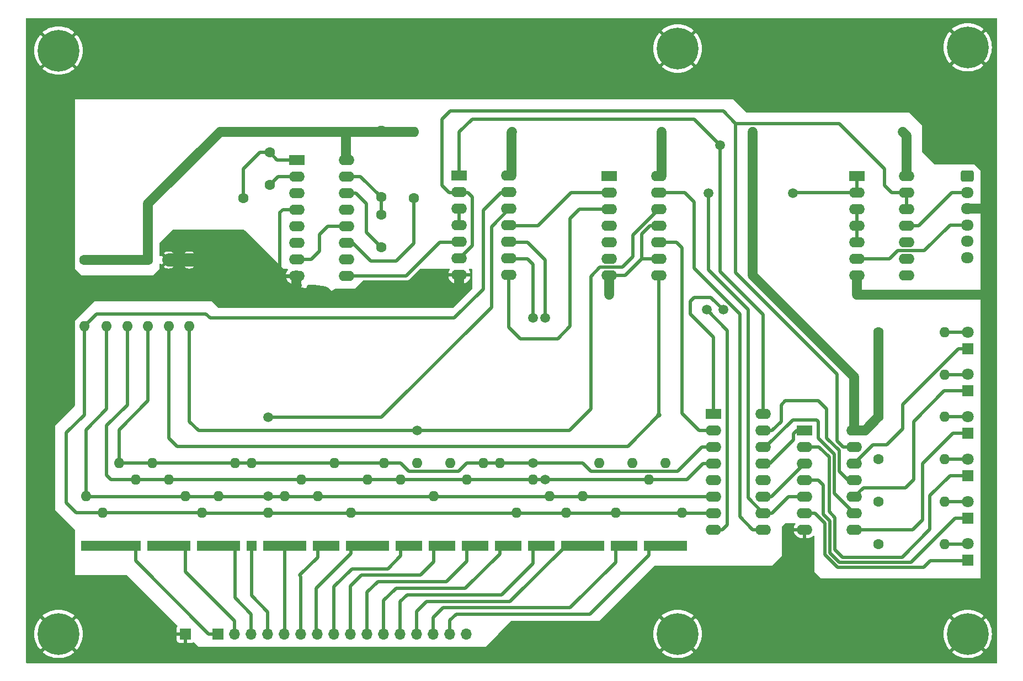
<source format=gbr>
%TF.GenerationSoftware,KiCad,Pcbnew,(6.0.4-0)*%
%TF.CreationDate,2024-05-14T13:38:24+10:00*%
%TF.ProjectId,Keyboard interface,4b657962-6f61-4726-9420-696e74657266,rev?*%
%TF.SameCoordinates,Original*%
%TF.FileFunction,Copper,L2,Bot*%
%TF.FilePolarity,Positive*%
%FSLAX46Y46*%
G04 Gerber Fmt 4.6, Leading zero omitted, Abs format (unit mm)*
G04 Created by KiCad (PCBNEW (6.0.4-0)) date 2024-05-14 13:38:24*
%MOMM*%
%LPD*%
G01*
G04 APERTURE LIST*
G04 Aperture macros list*
%AMRoundRect*
0 Rectangle with rounded corners*
0 $1 Rounding radius*
0 $2 $3 $4 $5 $6 $7 $8 $9 X,Y pos of 4 corners*
0 Add a 4 corners polygon primitive as box body*
4,1,4,$2,$3,$4,$5,$6,$7,$8,$9,$2,$3,0*
0 Add four circle primitives for the rounded corners*
1,1,$1+$1,$2,$3*
1,1,$1+$1,$4,$5*
1,1,$1+$1,$6,$7*
1,1,$1+$1,$8,$9*
0 Add four rect primitives between the rounded corners*
20,1,$1+$1,$2,$3,$4,$5,0*
20,1,$1+$1,$4,$5,$6,$7,0*
20,1,$1+$1,$6,$7,$8,$9,0*
20,1,$1+$1,$8,$9,$2,$3,0*%
G04 Aperture macros list end*
%TA.AperFunction,ComponentPad*%
%ADD10R,2.400000X1.600000*%
%TD*%
%TA.AperFunction,ComponentPad*%
%ADD11O,2.400000X1.600000*%
%TD*%
%TA.AperFunction,ComponentPad*%
%ADD12R,1.800000X1.800000*%
%TD*%
%TA.AperFunction,ComponentPad*%
%ADD13C,1.800000*%
%TD*%
%TA.AperFunction,ComponentPad*%
%ADD14R,1.600000X1.600000*%
%TD*%
%TA.AperFunction,ComponentPad*%
%ADD15O,1.600000X1.600000*%
%TD*%
%TA.AperFunction,ComponentPad*%
%ADD16C,1.600000*%
%TD*%
%TA.AperFunction,ComponentPad*%
%ADD17C,0.800000*%
%TD*%
%TA.AperFunction,ComponentPad*%
%ADD18C,6.400000*%
%TD*%
%TA.AperFunction,ComponentPad*%
%ADD19R,1.700000X1.700000*%
%TD*%
%TA.AperFunction,ComponentPad*%
%ADD20O,1.700000X1.700000*%
%TD*%
%TA.AperFunction,ComponentPad*%
%ADD21RoundRect,0.250000X-0.725000X0.600000X-0.725000X-0.600000X0.725000X-0.600000X0.725000X0.600000X0*%
%TD*%
%TA.AperFunction,ComponentPad*%
%ADD22O,1.950000X1.700000*%
%TD*%
%TA.AperFunction,ViaPad*%
%ADD23C,1.500000*%
%TD*%
%TA.AperFunction,ViaPad*%
%ADD24C,0.800000*%
%TD*%
%TA.AperFunction,Conductor*%
%ADD25C,0.500000*%
%TD*%
%TA.AperFunction,Conductor*%
%ADD26C,1.500000*%
%TD*%
%TA.AperFunction,Conductor*%
%ADD27C,2.000000*%
%TD*%
G04 APERTURE END LIST*
D10*
%TO.P,U5,1,CLK*%
%TO.N,~{CLOCK}*%
X156000000Y-111220000D03*
D11*
%TO.P,U5,2,A*%
%TO.N,Net-(U3-Pad10)*%
X156000000Y-113760000D03*
%TO.P,U5,3,B*%
%TO.N,C*%
X156000000Y-116300000D03*
%TO.P,U5,4,C*%
%TO.N,D*%
X156000000Y-118840000D03*
%TO.P,U5,5,VCC*%
%TO.N,+5V*%
X156000000Y-121380000D03*
%TO.P,U5,6,D*%
%TO.N,E*%
X156000000Y-123920000D03*
%TO.P,U5,7,E*%
%TO.N,F*%
X156000000Y-126460000D03*
%TO.P,U5,8,PRE*%
%TO.N,Net-(U1-Pad6)*%
X156000000Y-129000000D03*
%TO.P,U5,9,SER*%
%TO.N,Net-(U3-Pad13)*%
X163620000Y-129000000D03*
%TO.P,U5,10,QE*%
%TO.N,Net-(U4-Pad1)*%
X163620000Y-126460000D03*
%TO.P,U5,11,QD*%
%TO.N,Net-(U5-Pad11)*%
X163620000Y-123920000D03*
%TO.P,U5,12,GND*%
%TO.N,GND*%
X163620000Y-121380000D03*
%TO.P,U5,13,QC*%
%TO.N,Net-(U5-Pad13)*%
X163620000Y-118840000D03*
%TO.P,U5,14,QB*%
%TO.N,Net-(U5-Pad14)*%
X163620000Y-116300000D03*
%TO.P,U5,15,QA*%
%TO.N,Net-(U5-Pad15)*%
X163620000Y-113760000D03*
%TO.P,U5,16,~{CLR}*%
%TO.N,~{FLAG_RESET}*%
X163620000Y-111220000D03*
%TD*%
D10*
%TO.P,U4,1*%
%TO.N,Net-(U4-Pad1)*%
X178000000Y-74760000D03*
D11*
%TO.P,U4,2*%
X178000000Y-77300000D03*
%TO.P,U4,3*%
%TO.N,Net-(U4-Pad3)*%
X178000000Y-79840000D03*
%TO.P,U4,4*%
X178000000Y-82380000D03*
%TO.P,U4,5*%
X178000000Y-84920000D03*
%TO.P,U4,6*%
%TO.N,DATA*%
X178000000Y-87460000D03*
%TO.P,U4,7,GND*%
%TO.N,GND*%
X178000000Y-90000000D03*
%TO.P,U4,8*%
%TO.N,unconnected-(U4-Pad8)*%
X185620000Y-90000000D03*
%TO.P,U4,9*%
%TO.N,unconnected-(U4-Pad9)*%
X185620000Y-87460000D03*
%TO.P,U4,10*%
%TO.N,unconnected-(U4-Pad10)*%
X185620000Y-84920000D03*
%TO.P,U4,11*%
%TO.N,~{FLAG}*%
X185620000Y-82380000D03*
%TO.P,U4,12*%
%TO.N,FLAG_OUT_LED*%
X185620000Y-79840000D03*
%TO.P,U4,13*%
X185620000Y-77300000D03*
%TO.P,U4,14,VCC*%
%TO.N,+5V*%
X185620000Y-74760000D03*
%TD*%
D10*
%TO.P,U6,1*%
%TO.N,Net-(U5-Pad13)*%
X170000000Y-113760000D03*
D11*
%TO.P,U6,2*%
%TO.N,Net-(D4-Pad1)*%
X170000000Y-116300000D03*
%TO.P,U6,3*%
%TO.N,Net-(U5-Pad11)*%
X170000000Y-118840000D03*
%TO.P,U6,4*%
%TO.N,Net-(D5-Pad1)*%
X170000000Y-121380000D03*
%TO.P,U6,5*%
%TO.N,Net-(U4-Pad1)*%
X170000000Y-123920000D03*
%TO.P,U6,6*%
%TO.N,Net-(D6-Pad1)*%
X170000000Y-126460000D03*
%TO.P,U6,7,GND*%
%TO.N,GND*%
X170000000Y-129000000D03*
%TO.P,U6,8*%
%TO.N,Net-(D3-Pad1)*%
X177620000Y-129000000D03*
%TO.P,U6,9*%
%TO.N,Net-(U5-Pad14)*%
X177620000Y-126460000D03*
%TO.P,U6,10*%
%TO.N,Net-(D2-Pad1)*%
X177620000Y-123920000D03*
%TO.P,U6,11*%
%TO.N,Net-(U5-Pad15)*%
X177620000Y-121380000D03*
%TO.P,U6,12*%
%TO.N,Net-(D1-Pad1)*%
X177620000Y-118840000D03*
%TO.P,U6,13*%
%TO.N,FLAG_OUT_LED*%
X177620000Y-116300000D03*
%TO.P,U6,14,VCC*%
%TO.N,+5V*%
X177620000Y-113760000D03*
%TD*%
D10*
%TO.P,U3,1*%
%TO.N,Net-(U1-Pad5)*%
X140000000Y-74760000D03*
D11*
%TO.P,U3,2*%
%TO.N,Net-(U2-Pad11)*%
X140000000Y-77300000D03*
%TO.P,U3,3*%
%TO.N,Net-(U2-Pad8)*%
X140000000Y-79840000D03*
%TO.P,U3,4*%
%TO.N,unconnected-(U3-Pad4)*%
X140000000Y-82380000D03*
%TO.P,U3,5*%
%TO.N,unconnected-(U3-Pad5)*%
X140000000Y-84920000D03*
%TO.P,U3,6*%
%TO.N,unconnected-(U3-Pad6)*%
X140000000Y-87460000D03*
%TO.P,U3,7,GND*%
%TO.N,GND*%
X140000000Y-90000000D03*
%TO.P,U3,8*%
%TO.N,CR*%
X147620000Y-90000000D03*
%TO.P,U3,9*%
%TO.N,GND*%
X147620000Y-87460000D03*
%TO.P,U3,10*%
%TO.N,Net-(U3-Pad10)*%
X147620000Y-84920000D03*
%TO.P,U3,11*%
%TO.N,GND*%
X147620000Y-82380000D03*
%TO.P,U3,12*%
%TO.N,A*%
X147620000Y-79840000D03*
%TO.P,U3,13*%
%TO.N,Net-(U3-Pad13)*%
X147620000Y-77300000D03*
%TO.P,U3,14,VCC*%
%TO.N,+5V*%
X147620000Y-74760000D03*
%TD*%
D12*
%TO.P,D1,1,K*%
%TO.N,Net-(D1-Pad1)*%
X195000000Y-101240000D03*
D13*
%TO.P,D1,2,A*%
%TO.N,Net-(D1-Pad2)*%
X195000000Y-98700000D03*
%TD*%
D12*
%TO.P,D2,1,K*%
%TO.N,Net-(D2-Pad1)*%
X195000000Y-107700000D03*
D13*
%TO.P,D2,2,A*%
%TO.N,Net-(D2-Pad2)*%
X195000000Y-105160000D03*
%TD*%
D12*
%TO.P,D3,1,K*%
%TO.N,Net-(D3-Pad1)*%
X195000000Y-114240000D03*
D13*
%TO.P,D3,2,A*%
%TO.N,Net-(D3-Pad2)*%
X195000000Y-111700000D03*
%TD*%
D12*
%TO.P,D4,1,K*%
%TO.N,Net-(D4-Pad1)*%
X195000000Y-120700000D03*
D13*
%TO.P,D4,2,A*%
%TO.N,Net-(D4-Pad2)*%
X195000000Y-118160000D03*
%TD*%
D12*
%TO.P,D5,1,K*%
%TO.N,Net-(D5-Pad1)*%
X195000000Y-127240000D03*
D13*
%TO.P,D5,2,A*%
%TO.N,Net-(D5-Pad2)*%
X195000000Y-124700000D03*
%TD*%
D12*
%TO.P,D6,1,K*%
%TO.N,Net-(D6-Pad1)*%
X195000000Y-133700000D03*
D13*
%TO.P,D6,2,A*%
%TO.N,Net-(D6-Pad2)*%
X195000000Y-131160000D03*
%TD*%
D10*
%TO.P,U1,1,Cext*%
%TO.N,Net-(C1-Pad1)*%
X92075000Y-72263000D03*
D11*
%TO.P,U1,2,RCext*%
%TO.N,Net-(C1-Pad2)*%
X92075000Y-74803000D03*
%TO.P,U1,3,Clr*%
%TO.N,unconnected-(U1-Pad3)*%
X92075000Y-77343000D03*
%TO.P,U1,4,B*%
%TO.N,GND*%
X92075000Y-79883000D03*
%TO.P,U1,5,A*%
%TO.N,Net-(U1-Pad5)*%
X92075000Y-82423000D03*
%TO.P,U1,6,Q*%
%TO.N,Net-(U1-Pad6)*%
X92075000Y-84963000D03*
%TO.P,U1,7,~{Q}*%
%TO.N,Net-(U1-Pad12)*%
X92075000Y-87503000D03*
%TO.P,U1,8,GND*%
%TO.N,GND*%
X92075000Y-90043000D03*
%TO.P,U1,9,~{Q}*%
%TO.N,Net-(U1-Pad9)*%
X99695000Y-90043000D03*
%TO.P,U1,10,Q*%
%TO.N,unconnected-(U1-Pad10)*%
X99695000Y-87503000D03*
%TO.P,U1,11,A*%
%TO.N,Net-(R15-Pad1)*%
X99695000Y-84963000D03*
%TO.P,U1,12,B*%
%TO.N,Net-(U1-Pad12)*%
X99695000Y-82423000D03*
%TO.P,U1,13,Clr*%
%TO.N,unconnected-(U1-Pad13)*%
X99695000Y-79883000D03*
%TO.P,U1,14,RCext*%
%TO.N,Net-(C2-Pad2)*%
X99695000Y-77343000D03*
%TO.P,U1,15,Cext*%
%TO.N,Net-(C2-Pad1)*%
X99695000Y-74803000D03*
%TO.P,U1,16,VCC*%
%TO.N,+5V*%
X99695000Y-72263000D03*
%TD*%
D14*
%TO.P,D8,1,K*%
%TO.N,0*%
X62230000Y-131445000D03*
D15*
%TO.P,D8,2,A*%
%TO.N,F*%
X62230000Y-126365000D03*
%TD*%
D16*
%TO.P,R1,1*%
%TO.N,+5V*%
X181340000Y-98700000D03*
D15*
%TO.P,R1,2*%
%TO.N,Net-(D1-Pad2)*%
X191500000Y-98700000D03*
%TD*%
D16*
%TO.P,R2,1*%
%TO.N,+5V*%
X181340000Y-105200000D03*
D15*
%TO.P,R2,2*%
%TO.N,Net-(D2-Pad2)*%
X191500000Y-105200000D03*
%TD*%
D16*
%TO.P,R3,1*%
%TO.N,+5V*%
X181340000Y-111700000D03*
D15*
%TO.P,R3,2*%
%TO.N,Net-(D3-Pad2)*%
X191500000Y-111700000D03*
%TD*%
D16*
%TO.P,R4,1*%
%TO.N,+5V*%
X181340000Y-118200000D03*
D15*
%TO.P,R4,2*%
%TO.N,Net-(D4-Pad2)*%
X191500000Y-118200000D03*
%TD*%
D16*
%TO.P,R5,1*%
%TO.N,+5V*%
X181340000Y-124700000D03*
D15*
%TO.P,R5,2*%
%TO.N,Net-(D5-Pad2)*%
X191500000Y-124700000D03*
%TD*%
D16*
%TO.P,R6,1*%
%TO.N,+5V*%
X181340000Y-131200000D03*
D15*
%TO.P,R6,2*%
%TO.N,Net-(D6-Pad2)*%
X191500000Y-131200000D03*
%TD*%
D16*
%TO.P,R7,1*%
%TO.N,Net-(C1-Pad1)*%
X83820000Y-78105000D03*
D15*
%TO.P,R7,2*%
%TO.N,+5V*%
X83820000Y-67945000D03*
%TD*%
D16*
%TO.P,R8,1*%
%TO.N,Net-(C2-Pad1)*%
X105000000Y-78000000D03*
D15*
%TO.P,R8,2*%
%TO.N,+5V*%
X105000000Y-67840000D03*
%TD*%
D16*
%TO.P,R9,1*%
%TO.N,GND*%
X75565000Y-87630000D03*
D15*
%TO.P,R9,2*%
%TO.N,A*%
X75565000Y-97790000D03*
%TD*%
D16*
%TO.P,R10,1*%
%TO.N,GND*%
X72390000Y-87630000D03*
D15*
%TO.P,R10,2*%
%TO.N,CR*%
X72390000Y-97790000D03*
%TD*%
D16*
%TO.P,R11,1*%
%TO.N,+5V*%
X69215000Y-87630000D03*
D15*
%TO.P,R11,2*%
%TO.N,C*%
X69215000Y-97790000D03*
%TD*%
D16*
%TO.P,R13,1*%
%TO.N,+5V*%
X62865000Y-87630000D03*
D15*
%TO.P,R13,2*%
%TO.N,E*%
X62865000Y-97790000D03*
%TD*%
D16*
%TO.P,R14,1*%
%TO.N,+5V*%
X59436000Y-87630000D03*
D15*
%TO.P,R14,2*%
%TO.N,F*%
X59436000Y-97790000D03*
%TD*%
D17*
%TO.P,H1,1,1*%
%TO.N,GND*%
X53802944Y-53802944D03*
X57900000Y-55500000D03*
X55500000Y-53100000D03*
X55500000Y-57900000D03*
X53100000Y-55500000D03*
X57197056Y-57197056D03*
X53802944Y-57197056D03*
D18*
X55500000Y-55500000D03*
D17*
X57197056Y-53802944D03*
%TD*%
%TO.P,H2,1,1*%
%TO.N,GND*%
X193302944Y-56697056D03*
D18*
X195000000Y-55000000D03*
D17*
X195000000Y-52600000D03*
X197400000Y-55000000D03*
X195000000Y-57400000D03*
X196697056Y-53302944D03*
X196697056Y-56697056D03*
X192600000Y-55000000D03*
X193302944Y-53302944D03*
%TD*%
%TO.P,H3,1,1*%
%TO.N,GND*%
X196697056Y-143302944D03*
X197400000Y-145000000D03*
X192600000Y-145000000D03*
X193302944Y-146697056D03*
X196697056Y-146697056D03*
X195000000Y-147400000D03*
X195000000Y-142600000D03*
D18*
X195000000Y-145000000D03*
D17*
X193302944Y-143302944D03*
%TD*%
%TO.P,H4,1,1*%
%TO.N,GND*%
X55500000Y-142600000D03*
X53100000Y-145000000D03*
X53802944Y-143302944D03*
D18*
X55500000Y-145000000D03*
D17*
X57900000Y-145000000D03*
X57197056Y-143302944D03*
X53802944Y-146697056D03*
X55500000Y-147400000D03*
X57197056Y-146697056D03*
%TD*%
D16*
%TO.P,R12,1*%
%TO.N,+5V*%
X66040000Y-87630000D03*
D15*
%TO.P,R12,2*%
%TO.N,D*%
X66040000Y-97790000D03*
%TD*%
D14*
%TO.P,D7,1,K*%
%TO.N,0*%
X59690000Y-131445000D03*
D15*
%TO.P,D7,2,A*%
%TO.N,E*%
X59690000Y-123825000D03*
%TD*%
D14*
%TO.P,D9,1,K*%
%TO.N,0*%
X64770000Y-131445000D03*
D15*
%TO.P,D9,2,A*%
%TO.N,C*%
X64770000Y-118745000D03*
%TD*%
D14*
%TO.P,D10,1,K*%
%TO.N,0*%
X67310000Y-131445000D03*
D15*
%TO.P,D10,2,A*%
%TO.N,D*%
X67310000Y-121285000D03*
%TD*%
D14*
%TO.P,D11,1,K*%
%TO.N,1*%
X69850000Y-131445000D03*
D15*
%TO.P,D11,2,A*%
%TO.N,C*%
X69850000Y-118745000D03*
%TD*%
D14*
%TO.P,D12,1,K*%
%TO.N,1*%
X72390000Y-131445000D03*
D15*
%TO.P,D12,2,A*%
%TO.N,D*%
X72390000Y-121285000D03*
%TD*%
D14*
%TO.P,D13,1,K*%
%TO.N,1*%
X74930000Y-131445000D03*
D15*
%TO.P,D13,2,A*%
%TO.N,E*%
X74930000Y-123825000D03*
%TD*%
D14*
%TO.P,D14,1,K*%
%TO.N,4*%
X77470000Y-131445000D03*
D15*
%TO.P,D14,2,A*%
%TO.N,F*%
X77470000Y-126365000D03*
%TD*%
D14*
%TO.P,D15,1,K*%
%TO.N,4*%
X80010000Y-131445000D03*
D15*
%TO.P,D15,2,A*%
%TO.N,E*%
X80010000Y-123825000D03*
%TD*%
D14*
%TO.P,D16,1,K*%
%TO.N,4*%
X82550000Y-131445000D03*
D15*
%TO.P,D16,2,A*%
%TO.N,C*%
X82550000Y-118745000D03*
%TD*%
D19*
%TO.P,J3,1,Pin_1*%
%TO.N,GND*%
X75000000Y-145000000D03*
%TD*%
D14*
%TO.P,D17,1,K*%
%TO.N,7*%
X85090000Y-131445000D03*
D15*
%TO.P,D17,2,A*%
%TO.N,C*%
X85090000Y-118745000D03*
%TD*%
D19*
%TO.P,J1,1,Pin_1*%
%TO.N,0*%
X80000000Y-145000000D03*
D20*
%TO.P,J1,2,Pin_2*%
%TO.N,1*%
X82540000Y-145000000D03*
%TO.P,J1,3,Pin_3*%
%TO.N,4*%
X85080000Y-145000000D03*
%TO.P,J1,4,Pin_4*%
%TO.N,7*%
X87620000Y-145000000D03*
%TO.P,J1,5,Pin_5*%
%TO.N,8*%
X90160000Y-145000000D03*
%TO.P,J1,6,Pin_6*%
%TO.N,5*%
X92700000Y-145000000D03*
%TO.P,J1,7,Pin_7*%
%TO.N,2*%
X95240000Y-145000000D03*
%TO.P,J1,8,Pin_8*%
%TO.N,+*%
X97780000Y-145000000D03*
%TO.P,J1,9,Pin_9*%
%TO.N,-*%
X100320000Y-145000000D03*
%TO.P,J1,10,Pin_10*%
%TO.N,3*%
X102860000Y-145000000D03*
%TO.P,J1,11,Pin_11*%
%TO.N,6*%
X105400000Y-145000000D03*
%TO.P,J1,12,Pin_12*%
%TO.N,9*%
X107940000Y-145000000D03*
%TO.P,J1,13,Pin_13*%
%TO.N,X*%
X110480000Y-145000000D03*
%TO.P,J1,14,Pin_14*%
%TO.N,DIV*%
X113020000Y-145000000D03*
%TO.P,J1,15,Pin_15*%
%TO.N,LF*%
X115560000Y-145000000D03*
%TO.P,J1,16,Pin_16*%
%TO.N,CR*%
X118100000Y-145000000D03*
%TD*%
D14*
%TO.P,D18,1,K*%
%TO.N,8*%
X87630000Y-131445000D03*
D15*
%TO.P,D18,2,A*%
%TO.N,F*%
X87630000Y-126365000D03*
%TD*%
D14*
%TO.P,D19,1,K*%
%TO.N,8*%
X90170000Y-131445000D03*
D15*
%TO.P,D19,2,A*%
%TO.N,E*%
X90170000Y-123825000D03*
%TD*%
D14*
%TO.P,D20,1,K*%
%TO.N,8*%
X92710000Y-131445000D03*
D15*
%TO.P,D20,2,A*%
%TO.N,D*%
X92710000Y-121285000D03*
%TD*%
D14*
%TO.P,D21,1,K*%
%TO.N,5*%
X95250000Y-131445000D03*
D15*
%TO.P,D21,2,A*%
%TO.N,E*%
X95250000Y-123825000D03*
%TD*%
D14*
%TO.P,D22,1,K*%
%TO.N,5*%
X97790000Y-131445000D03*
D15*
%TO.P,D22,2,A*%
%TO.N,C*%
X97790000Y-118745000D03*
%TD*%
D16*
%TO.P,R15,1*%
%TO.N,Net-(R15-Pad1)*%
X109982000Y-78105000D03*
D15*
%TO.P,R15,2*%
%TO.N,+5V*%
X109982000Y-67945000D03*
%TD*%
D14*
%TO.P,D23,1,K*%
%TO.N,2*%
X100330000Y-131445000D03*
D15*
%TO.P,D23,2,A*%
%TO.N,F*%
X100330000Y-126365000D03*
%TD*%
D14*
%TO.P,D24,1,K*%
%TO.N,2*%
X102870000Y-131445000D03*
D15*
%TO.P,D24,2,A*%
%TO.N,D*%
X102870000Y-121285000D03*
%TD*%
D14*
%TO.P,D25,1,K*%
%TO.N,2*%
X105410000Y-131445000D03*
D15*
%TO.P,D25,2,A*%
%TO.N,C*%
X105410000Y-118745000D03*
%TD*%
D14*
%TO.P,D26,1,K*%
%TO.N,+*%
X107950000Y-131445000D03*
D15*
%TO.P,D26,2,A*%
%TO.N,D*%
X107950000Y-121285000D03*
%TD*%
D14*
%TO.P,D27,1,K*%
%TO.N,+*%
X110490000Y-131445000D03*
D15*
%TO.P,D27,2,A*%
%TO.N,A*%
X110490000Y-118745000D03*
%TD*%
D14*
%TO.P,D28,1,K*%
%TO.N,-*%
X113030000Y-131445000D03*
D15*
%TO.P,D28,2,A*%
%TO.N,E*%
X113030000Y-123825000D03*
%TD*%
D14*
%TO.P,D29,1,K*%
%TO.N,-*%
X115570000Y-131445000D03*
D15*
%TO.P,D29,2,A*%
%TO.N,A*%
X115570000Y-118745000D03*
%TD*%
D14*
%TO.P,D30,1,K*%
%TO.N,3*%
X118110000Y-131445000D03*
D15*
%TO.P,D30,2,A*%
%TO.N,D*%
X118110000Y-121285000D03*
%TD*%
D14*
%TO.P,D31,1,K*%
%TO.N,3*%
X120650000Y-131445000D03*
D15*
%TO.P,D31,2,A*%
%TO.N,C*%
X120650000Y-118745000D03*
%TD*%
D14*
%TO.P,D32,1,K*%
%TO.N,6*%
X123190000Y-131445000D03*
D15*
%TO.P,D32,2,A*%
%TO.N,C*%
X123190000Y-118745000D03*
%TD*%
D14*
%TO.P,D33,1,K*%
%TO.N,6*%
X125730000Y-131445000D03*
D15*
%TO.P,D33,2,A*%
%TO.N,F*%
X125730000Y-126365000D03*
%TD*%
D14*
%TO.P,D34,1,K*%
%TO.N,9*%
X128270000Y-131445000D03*
D15*
%TO.P,D34,2,A*%
%TO.N,D*%
X128270000Y-121285000D03*
%TD*%
D14*
%TO.P,D35,1,K*%
%TO.N,9*%
X130810000Y-131445000D03*
D15*
%TO.P,D35,2,A*%
%TO.N,E*%
X130810000Y-123825000D03*
%TD*%
D14*
%TO.P,D36,1,K*%
%TO.N,X*%
X133350000Y-131445000D03*
D15*
%TO.P,D36,2,A*%
%TO.N,F*%
X133350000Y-126365000D03*
%TD*%
D14*
%TO.P,D37,1,K*%
%TO.N,X*%
X135890000Y-131445000D03*
D15*
%TO.P,D37,2,A*%
%TO.N,E*%
X135890000Y-123825000D03*
%TD*%
D14*
%TO.P,D38,1,K*%
%TO.N,X*%
X138430000Y-131445000D03*
D15*
%TO.P,D38,2,A*%
%TO.N,A*%
X138430000Y-118745000D03*
%TD*%
D14*
%TO.P,D39,1,K*%
%TO.N,DIV*%
X140970000Y-131445000D03*
D15*
%TO.P,D39,2,A*%
%TO.N,F*%
X140970000Y-126365000D03*
%TD*%
D14*
%TO.P,D40,1,K*%
%TO.N,DIV*%
X143510000Y-131445000D03*
D15*
%TO.P,D40,2,A*%
%TO.N,A*%
X143510000Y-118745000D03*
%TD*%
D14*
%TO.P,D41,1,K*%
%TO.N,LF*%
X146050000Y-131445000D03*
D15*
%TO.P,D41,2,A*%
%TO.N,D*%
X146050000Y-121285000D03*
%TD*%
D14*
%TO.P,D42,1,K*%
%TO.N,LF*%
X148590000Y-131445000D03*
D15*
%TO.P,D42,2,A*%
%TO.N,A*%
X148590000Y-118745000D03*
%TD*%
D14*
%TO.P,D43,1,K*%
%TO.N,LF*%
X151130000Y-131445000D03*
D15*
%TO.P,D43,2,A*%
%TO.N,F*%
X151130000Y-126365000D03*
%TD*%
D16*
%TO.P,C1,1*%
%TO.N,Net-(C1-Pad1)*%
X87884000Y-71120000D03*
%TO.P,C1,2*%
%TO.N,Net-(C1-Pad2)*%
X87884000Y-76120000D03*
%TD*%
%TO.P,C2,1*%
%TO.N,Net-(C2-Pad1)*%
X105029000Y-80685000D03*
%TO.P,C2,2*%
%TO.N,Net-(C2-Pad2)*%
X105029000Y-85685000D03*
%TD*%
D17*
%TO.P,H5,1,1*%
%TO.N,GND*%
X152900000Y-55197056D03*
X152197056Y-56894112D03*
X148802944Y-56894112D03*
X148100000Y-55197056D03*
X150500000Y-52797056D03*
X152197056Y-53500000D03*
D18*
X150500000Y-55197056D03*
D17*
X148802944Y-53500000D03*
X150500000Y-57597056D03*
%TD*%
%TO.P,H6,1,1*%
%TO.N,GND*%
X148802944Y-143302944D03*
D18*
X150500000Y-145000000D03*
D17*
X152197056Y-143302944D03*
X152900000Y-145000000D03*
X148100000Y-145000000D03*
X150500000Y-147400000D03*
X148802944Y-146697056D03*
X150500000Y-142600000D03*
X152197056Y-146697056D03*
%TD*%
D21*
%TO.P,J2,1,Pin_1*%
%TO.N,~{FLAG_RESET}*%
X194962000Y-74776000D03*
D22*
%TO.P,J2,2,Pin_2*%
%TO.N,~{FLAG}*%
X194962000Y-77276000D03*
%TO.P,J2,3,Pin_3*%
%TO.N,GND*%
X194962000Y-79776000D03*
%TO.P,J2,4,Pin_4*%
%TO.N,DATA*%
X194962000Y-82276000D03*
%TO.P,J2,5,Pin_5*%
%TO.N,~{CLOCK}*%
X194962000Y-84776000D03*
%TO.P,J2,6,Pin_6*%
%TO.N,+5V*%
X194962000Y-87276000D03*
%TD*%
D10*
%TO.P,U2,1*%
%TO.N,~{FLAG_RESET}*%
X117000000Y-74700000D03*
D11*
%TO.P,U2,2*%
%TO.N,FLAG_OUT_LED*%
X117000000Y-77240000D03*
%TO.P,U2,3*%
%TO.N,Net-(U2-Pad3)*%
X117000000Y-79780000D03*
%TO.P,U2,4*%
X117000000Y-82320000D03*
%TO.P,U2,5*%
%TO.N,Net-(U1-Pad9)*%
X117000000Y-84860000D03*
%TO.P,U2,6*%
%TO.N,FLAG_OUT_LED*%
X117000000Y-87400000D03*
%TO.P,U2,7,GND*%
%TO.N,GND*%
X117000000Y-89940000D03*
%TO.P,U2,8*%
%TO.N,Net-(U2-Pad8)*%
X124620000Y-89940000D03*
%TO.P,U2,9*%
%TO.N,C*%
X124620000Y-87400000D03*
%TO.P,U2,10*%
%TO.N,D*%
X124620000Y-84860000D03*
%TO.P,U2,11*%
%TO.N,Net-(U2-Pad11)*%
X124620000Y-82320000D03*
%TO.P,U2,12*%
%TO.N,E*%
X124620000Y-79780000D03*
%TO.P,U2,13*%
%TO.N,F*%
X124620000Y-77240000D03*
%TO.P,U2,14,VCC*%
%TO.N,+5V*%
X124620000Y-74700000D03*
%TD*%
D23*
%TO.N,A*%
X110490000Y-113792000D03*
%TO.N,~{FLAG_RESET}*%
X157000000Y-70000000D03*
%TO.N,+5V*%
X162000000Y-68000000D03*
X185000000Y-68000000D03*
X125095000Y-67945000D03*
X148000000Y-68000000D03*
%TO.N,GND*%
X92000000Y-93000000D03*
X178000000Y-93000000D03*
X140000000Y-93000000D03*
X117000000Y-93000000D03*
%TO.N,C*%
X128270000Y-96520000D03*
X128270000Y-118745000D03*
%TO.N,D*%
X130175000Y-96520000D03*
X130175000Y-121285000D03*
%TO.N,E*%
X87630000Y-111760000D03*
X87630000Y-123825000D03*
%TO.N,~{CLOCK}*%
X157480000Y-95250000D03*
%TO.N,Net-(U1-Pad6)*%
X154940000Y-95250000D03*
%TO.N,Net-(U4-Pad1)*%
X155194000Y-77343000D03*
X168148000Y-77343000D03*
D24*
%TO.N,CR*%
X147620000Y-111460000D03*
%TD*%
D25*
%TO.N,GND*%
X92075000Y-79883000D02*
X89941400Y-79883000D01*
X89941400Y-79883000D02*
X89458800Y-80365600D01*
X89458800Y-80365600D02*
X89458800Y-89255600D01*
X91948000Y-90170000D02*
X92075000Y-90043000D01*
X89458800Y-89255600D02*
X90373200Y-90170000D01*
X90373200Y-90170000D02*
X91948000Y-90170000D01*
%TO.N,Net-(U5-Pad14)*%
X163620000Y-116300000D02*
X163989000Y-116300000D01*
X163989000Y-116300000D02*
X168148000Y-112141000D01*
X168148000Y-112141000D02*
X171831000Y-112141000D01*
X171831000Y-112141000D02*
X172085000Y-112395000D01*
X172085000Y-112395000D02*
X172085000Y-114935000D01*
X172085000Y-114935000D02*
X174560489Y-117410489D01*
X174560489Y-117410489D02*
X174560489Y-123400489D01*
X174560489Y-123400489D02*
X177620000Y-126460000D01*
%TO.N,CR*%
X147620000Y-111460000D02*
X142875000Y-116205000D01*
X142875000Y-116205000D02*
X73660000Y-116205000D01*
X73660000Y-116205000D02*
X72390000Y-114935000D01*
X72390000Y-114935000D02*
X72390000Y-97790000D01*
%TO.N,A*%
X142008520Y-88750480D02*
X138579520Y-88750480D01*
X75565000Y-97790000D02*
X75565000Y-112395000D01*
X143637000Y-87122000D02*
X142008520Y-88750480D01*
X138579520Y-88750480D02*
X137160000Y-90170000D01*
X137160000Y-90170000D02*
X137160000Y-110490000D01*
X76962000Y-113792000D02*
X110490000Y-113792000D01*
X143637000Y-83823000D02*
X143637000Y-87122000D01*
X75565000Y-112395000D02*
X76962000Y-113792000D01*
X147620000Y-79840000D02*
X143637000Y-83823000D01*
X133858000Y-113792000D02*
X110490000Y-113792000D01*
X137160000Y-110490000D02*
X133858000Y-113792000D01*
%TO.N,GND*%
X142410000Y-90000000D02*
X140000000Y-90000000D01*
%TO.N,Net-(U5-Pad13)*%
X163620000Y-118840000D02*
X164624000Y-118840000D01*
X164624000Y-118840000D02*
X168275000Y-115189000D01*
X168275000Y-115189000D02*
X168275000Y-114300000D01*
X168275000Y-114300000D02*
X168815000Y-113760000D01*
X168815000Y-113760000D02*
X170000000Y-113760000D01*
%TO.N,Net-(D5-Pad1)*%
X172847000Y-122174000D02*
X172847000Y-126619000D01*
X172053000Y-121380000D02*
X172847000Y-122174000D01*
X170000000Y-121380000D02*
X172053000Y-121380000D01*
X172847000Y-126619000D02*
X173863000Y-127635000D01*
X173863000Y-127635000D02*
X173863000Y-132588000D01*
X193100000Y-127240000D02*
X194500000Y-127240000D01*
X173863000Y-132588000D02*
X175275000Y-134000000D01*
X175275000Y-134000000D02*
X186340000Y-134000000D01*
X186340000Y-134000000D02*
X193100000Y-127240000D01*
%TO.N,Net-(D4-Pad1)*%
X170000000Y-116300000D02*
X172180000Y-116300000D01*
X175768000Y-133223000D02*
X184912000Y-133223000D01*
X189202500Y-128932500D02*
X189202500Y-123797500D01*
X173736000Y-126238000D02*
X174625000Y-127127000D01*
X172180000Y-116300000D02*
X173736000Y-117856000D01*
X184912000Y-133223000D02*
X189202500Y-128932500D01*
X173736000Y-117856000D02*
X173736000Y-126238000D01*
X174625000Y-127127000D02*
X174625000Y-132080000D01*
X189202500Y-123797500D02*
X192300000Y-120700000D01*
X174625000Y-132080000D02*
X175768000Y-133223000D01*
X192300000Y-120700000D02*
X194500000Y-120700000D01*
%TO.N,Net-(D6-Pad1)*%
X171545000Y-126460000D02*
X173101000Y-128016000D01*
X173101000Y-128016000D02*
X173101000Y-132842000D01*
X188253000Y-134747000D02*
X189260000Y-133740000D01*
X173101000Y-132842000D02*
X175006000Y-134747000D01*
X170000000Y-126460000D02*
X171545000Y-126460000D01*
X189260000Y-133740000D02*
X194500000Y-133740000D01*
X175006000Y-134747000D02*
X188253000Y-134747000D01*
%TO.N,Net-(U5-Pad15)*%
X165005000Y-113760000D02*
X163620000Y-113760000D01*
X176625000Y-121380000D02*
X175260000Y-120015000D01*
X175260000Y-120015000D02*
X175260000Y-116840000D01*
X166370000Y-112395000D02*
X165005000Y-113760000D01*
X173355000Y-114935000D02*
X173355000Y-110490000D01*
X177620000Y-121380000D02*
X176625000Y-121380000D01*
X175260000Y-116840000D02*
X173355000Y-114935000D01*
X173355000Y-110490000D02*
X172085000Y-109220000D01*
X172085000Y-109220000D02*
X167005000Y-109220000D01*
X167005000Y-109220000D02*
X166370000Y-109855000D01*
X166370000Y-109855000D02*
X166370000Y-112395000D01*
%TO.N,FLAG_OUT_LED*%
X177620000Y-116300000D02*
X175863000Y-116300000D01*
X175863000Y-116300000D02*
X174985000Y-115422000D01*
X159385000Y-89535000D02*
X159385000Y-66675000D01*
X174985000Y-115422000D02*
X174985000Y-105135000D01*
X174985000Y-105135000D02*
X159385000Y-89535000D01*
D26*
%TO.N,+5V*%
X125000000Y-68040000D02*
X125095000Y-67945000D01*
X125000000Y-74380000D02*
X125000000Y-68040000D01*
X83820000Y-67945000D02*
X109982000Y-67945000D01*
X69215000Y-87630000D02*
X69215000Y-78994000D01*
X69215000Y-78994000D02*
X80264000Y-67945000D01*
X80264000Y-67945000D02*
X83820000Y-67945000D01*
X59436000Y-87630000D02*
X69215000Y-87630000D01*
D25*
%TO.N,F*%
X59436000Y-97790000D02*
X61341000Y-95885000D01*
X78759999Y-96539999D02*
X116185001Y-96539999D01*
X61341000Y-95885000D02*
X78105000Y-95885000D01*
X78105000Y-95885000D02*
X78759999Y-96539999D01*
X116185001Y-96539999D02*
X120650000Y-92075000D01*
X123360000Y-77300000D02*
X124620000Y-77300000D01*
X120650000Y-92075000D02*
X120650000Y-80010000D01*
X120650000Y-80010000D02*
X123360000Y-77300000D01*
X56705000Y-114110000D02*
X59436000Y-111379000D01*
X62230000Y-126365000D02*
X58190000Y-126365000D01*
X56705000Y-124880000D02*
X56705000Y-114110000D01*
X59436000Y-111379000D02*
X59436000Y-97790000D01*
X58190000Y-126365000D02*
X56705000Y-124880000D01*
X78105000Y-126365000D02*
X62230000Y-126365000D01*
%TO.N,Net-(U1-Pad6)*%
X156000000Y-129000000D02*
X157385000Y-129000000D01*
X157385000Y-129000000D02*
X158115000Y-128270000D01*
X158115000Y-128270000D02*
X158115000Y-98425000D01*
X158115000Y-98425000D02*
X154940000Y-95250000D01*
%TO.N,Net-(U4-Pad1)*%
X161290000Y-95250000D02*
X155194000Y-89154000D01*
X163620000Y-126460000D02*
X161290000Y-124130000D01*
X155194000Y-89154000D02*
X155194000Y-77343000D01*
X161290000Y-124130000D02*
X161290000Y-95250000D01*
X168191000Y-77300000D02*
X168148000Y-77343000D01*
X178000000Y-77300000D02*
X168191000Y-77300000D01*
D26*
%TO.N,GND*%
X194962000Y-79776000D02*
X197759000Y-79776000D01*
X198100000Y-93000000D02*
X178000000Y-93000000D01*
X197759000Y-79776000D02*
X198100000Y-80117000D01*
X198100000Y-80117000D02*
X198100000Y-93000000D01*
D25*
%TO.N,~{FLAG}*%
X185620000Y-82380000D02*
X187495000Y-82380000D01*
X187495000Y-82380000D02*
X192599000Y-77276000D01*
X192599000Y-77276000D02*
X194962000Y-77276000D01*
%TO.N,DATA*%
X178000000Y-87460000D02*
X183040000Y-87460000D01*
X183040000Y-87460000D02*
X184290000Y-86210000D01*
X184290000Y-86210000D02*
X188364000Y-86210000D01*
X188364000Y-86210000D02*
X192298000Y-82276000D01*
X192298000Y-82276000D02*
X194962000Y-82276000D01*
%TO.N,Net-(C1-Pad1)*%
X87884000Y-71120000D02*
X86360000Y-71120000D01*
X83820000Y-73660000D02*
X83820000Y-78105000D01*
X86360000Y-71120000D02*
X83820000Y-73660000D01*
%TO.N,Net-(C1-Pad2)*%
X92075000Y-74803000D02*
X89201000Y-74803000D01*
X89201000Y-74803000D02*
X87884000Y-76120000D01*
%TO.N,Net-(C1-Pad1)*%
X92075000Y-72263000D02*
X89027000Y-72263000D01*
X89027000Y-72263000D02*
X87884000Y-71120000D01*
%TO.N,Net-(U1-Pad12)*%
X92075000Y-87503000D02*
X94234000Y-87503000D01*
X96774000Y-82423000D02*
X99695000Y-82423000D01*
X94234000Y-87503000D02*
X95504000Y-86233000D01*
X95504000Y-86233000D02*
X95504000Y-83693000D01*
X95504000Y-83693000D02*
X96774000Y-82423000D01*
%TO.N,Net-(C2-Pad1)*%
X105000000Y-78000000D02*
X105000000Y-80656000D01*
X105000000Y-80656000D02*
X105029000Y-80685000D01*
%TO.N,Net-(R15-Pad1)*%
X99695000Y-84963000D02*
X100584000Y-84963000D01*
X100584000Y-84963000D02*
X103378000Y-87757000D01*
X103378000Y-87757000D02*
X107315000Y-87757000D01*
X107315000Y-87757000D02*
X109982000Y-85090000D01*
X109982000Y-85090000D02*
X109982000Y-78105000D01*
%TO.N,Net-(U1-Pad9)*%
X117000000Y-84920000D02*
X113962000Y-84920000D01*
X113962000Y-84920000D02*
X108839000Y-90043000D01*
X108839000Y-90043000D02*
X99695000Y-90043000D01*
%TO.N,Net-(C2-Pad2)*%
X99695000Y-77343000D02*
X101092000Y-77343000D01*
X101092000Y-77343000D02*
X102743000Y-78994000D01*
X102743000Y-83399000D02*
X105029000Y-85685000D01*
X102743000Y-78994000D02*
X102743000Y-83399000D01*
%TO.N,Net-(C2-Pad1)*%
X99695000Y-74803000D02*
X101803000Y-74803000D01*
X101803000Y-74803000D02*
X105000000Y-78000000D01*
%TO.N,Net-(D1-Pad1)*%
X180460000Y-116000000D02*
X182550002Y-116000000D01*
X185000000Y-113550002D02*
X185000000Y-109849998D01*
X185000000Y-109849998D02*
X193609998Y-101240000D01*
X177620000Y-118840000D02*
X180460000Y-116000000D01*
X193609998Y-101240000D02*
X194500000Y-101240000D01*
X182550002Y-116000000D02*
X185000000Y-113550002D01*
%TO.N,Net-(D1-Pad2)*%
X191500000Y-98700000D02*
X194500000Y-98700000D01*
%TO.N,Net-(D2-Pad2)*%
X191500000Y-105200000D02*
X194460000Y-105200000D01*
X194460000Y-105200000D02*
X194500000Y-105160000D01*
%TO.N,Net-(D2-Pad1)*%
X191385000Y-107700000D02*
X194500000Y-107700000D01*
X186690000Y-121285000D02*
X186690000Y-112395000D01*
X186690000Y-112395000D02*
X191385000Y-107700000D01*
X178985000Y-122555000D02*
X185420000Y-122555000D01*
X177620000Y-123920000D02*
X178985000Y-122555000D01*
X185420000Y-122555000D02*
X186690000Y-121285000D01*
%TO.N,Net-(D3-Pad2)*%
X191500000Y-111700000D02*
X194500000Y-111700000D01*
%TO.N,Net-(D3-Pad1)*%
X192760000Y-114240000D02*
X188107500Y-118892500D01*
X194500000Y-114240000D02*
X192760000Y-114240000D01*
X186595000Y-129000000D02*
X188107500Y-127487500D01*
X177620000Y-129000000D02*
X186595000Y-129000000D01*
X188107500Y-127487500D02*
X188107500Y-118892500D01*
%TO.N,Net-(D4-Pad2)*%
X194460000Y-118200000D02*
X194500000Y-118160000D01*
X191500000Y-118200000D02*
X194460000Y-118200000D01*
%TO.N,Net-(D5-Pad2)*%
X191500000Y-124700000D02*
X194500000Y-124700000D01*
%TO.N,Net-(D6-Pad2)*%
X191500000Y-131200000D02*
X194500000Y-131200000D01*
%TO.N,~{FLAG_RESET}*%
X117000000Y-68000000D02*
X117000000Y-74760000D01*
X153000000Y-66000000D02*
X119000000Y-66000000D01*
X157000000Y-89409964D02*
X157000000Y-70000000D01*
X119000000Y-66000000D02*
X117000000Y-68000000D01*
X157000000Y-70000000D02*
X153000000Y-66000000D01*
X163620000Y-96029964D02*
X157000000Y-89409964D01*
X163620000Y-111220000D02*
X163620000Y-96029964D01*
D26*
%TO.N,+5V*%
X148000000Y-74380000D02*
X147620000Y-74760000D01*
X162000000Y-90000000D02*
X162000000Y-68000000D01*
X177620000Y-113760000D02*
X179280000Y-113760000D01*
X177620000Y-113760000D02*
X177620000Y-105620000D01*
X177620000Y-105620000D02*
X162000000Y-90000000D01*
X181340000Y-105660000D02*
X181340000Y-111700000D01*
X99620000Y-68020000D02*
X99620000Y-72220000D01*
X185620000Y-74760000D02*
X185620000Y-68620000D01*
X179280000Y-113760000D02*
X181340000Y-111700000D01*
X185620000Y-68620000D02*
X185000000Y-68000000D01*
X181340000Y-98700000D02*
X181340000Y-105660000D01*
X148000000Y-68000000D02*
X148000000Y-74380000D01*
D27*
%TO.N,GND*%
X86650000Y-93000000D02*
X86705000Y-93000000D01*
X75565000Y-87630000D02*
X81280000Y-87630000D01*
D26*
X117000000Y-90000000D02*
X117000000Y-93000000D01*
D27*
X92000000Y-93000000D02*
X86705000Y-93000000D01*
D25*
X142410000Y-90000000D02*
X144950000Y-87460000D01*
D27*
X81280000Y-87630000D02*
X86650000Y-93000000D01*
D26*
X178000000Y-93000000D02*
X178000000Y-90000000D01*
D25*
X146220000Y-82380000D02*
X144950000Y-83650000D01*
D26*
X92000000Y-90000000D02*
X92000000Y-93000000D01*
D25*
X144950000Y-83650000D02*
X144950000Y-87460000D01*
D26*
X140000000Y-90000000D02*
X140000000Y-93000000D01*
D25*
X147620000Y-82380000D02*
X146220000Y-82380000D01*
X144950000Y-87460000D02*
X147620000Y-87460000D01*
D27*
X72390000Y-87630000D02*
X75565000Y-87630000D01*
D25*
%TO.N,C*%
X109220000Y-120015000D02*
X107950000Y-118745000D01*
X69215000Y-97790000D02*
X69215000Y-109220000D01*
X154210000Y-116300000D02*
X150495000Y-120015000D01*
X69215000Y-109220000D02*
X64770000Y-113665000D01*
X135890000Y-118745000D02*
X128270000Y-118745000D01*
X64770000Y-113665000D02*
X64770000Y-118745000D01*
X127465000Y-87460000D02*
X128270000Y-88265000D01*
X137160000Y-120015000D02*
X135890000Y-118745000D01*
X124620000Y-87460000D02*
X127465000Y-87460000D01*
X116840000Y-120015000D02*
X109220000Y-120015000D01*
X156000000Y-116300000D02*
X154210000Y-116300000D01*
X150495000Y-120015000D02*
X137160000Y-120015000D01*
X118110000Y-118745000D02*
X116840000Y-120015000D01*
X128270000Y-88265000D02*
X128270000Y-96520000D01*
X128270000Y-118745000D02*
X118110000Y-118745000D01*
X107950000Y-118745000D02*
X64770000Y-118745000D01*
%TO.N,D*%
X67310000Y-121285000D02*
X130175000Y-121285000D01*
X62865000Y-120650000D02*
X62865000Y-113030000D01*
X63500000Y-121285000D02*
X62865000Y-120650000D01*
X124620000Y-84920000D02*
X127465000Y-84920000D01*
X67310000Y-121285000D02*
X63500000Y-121285000D01*
X130175000Y-87630000D02*
X130175000Y-96520000D01*
X62865000Y-113030000D02*
X66040000Y-109855000D01*
X151955000Y-121285000D02*
X154400000Y-118840000D01*
X66040000Y-109855000D02*
X66040000Y-97790000D01*
X130175000Y-121285000D02*
X151955000Y-121285000D01*
X154400000Y-118840000D02*
X156000000Y-118840000D01*
X127465000Y-84920000D02*
X130175000Y-87630000D01*
%TO.N,E*%
X62865000Y-110490000D02*
X62865000Y-97790000D01*
X59690000Y-123825000D02*
X59690000Y-113665000D01*
X152825000Y-123920000D02*
X156000000Y-123920000D01*
X59785000Y-123920000D02*
X59690000Y-123825000D01*
X105040000Y-111760000D02*
X87630000Y-111760000D01*
X124620000Y-79840000D02*
X121920000Y-82540000D01*
X59690000Y-113665000D02*
X62865000Y-110490000D01*
X121920000Y-94880000D02*
X105040000Y-111760000D01*
X152825000Y-123920000D02*
X59785000Y-123920000D01*
X121920000Y-82540000D02*
X121920000Y-94880000D01*
%TO.N,F*%
X152825000Y-126460000D02*
X78200000Y-126460000D01*
X78200000Y-126460000D02*
X78105000Y-126365000D01*
X152825000Y-126460000D02*
X156000000Y-126460000D01*
%TO.N,~{CLOCK}*%
X153035000Y-93345000D02*
X152400000Y-93980000D01*
X152400000Y-93980000D02*
X152400000Y-95885000D01*
X155575000Y-93345000D02*
X153035000Y-93345000D01*
X157480000Y-95250000D02*
X155575000Y-93345000D01*
X156000000Y-99485000D02*
X156000000Y-111220000D01*
X152400000Y-95885000D02*
X156000000Y-99485000D01*
%TO.N,FLAG_OUT_LED*%
X159385000Y-66675000D02*
X175260000Y-66675000D01*
X183345000Y-77300000D02*
X185620000Y-77300000D01*
X182245000Y-76200000D02*
X183345000Y-77300000D01*
X115400000Y-77300000D02*
X117000000Y-77300000D01*
X157480000Y-64770000D02*
X115570000Y-64770000D01*
X114300000Y-76200000D02*
X115400000Y-77300000D01*
X119000000Y-78000000D02*
X119000000Y-85460000D01*
X118300000Y-77300000D02*
X119000000Y-78000000D01*
X175260000Y-66675000D02*
X182245000Y-73660000D01*
X117000000Y-77300000D02*
X118300000Y-77300000D01*
X115570000Y-64770000D02*
X114300000Y-66040000D01*
X114300000Y-66040000D02*
X114300000Y-76200000D01*
X159385000Y-66675000D02*
X157480000Y-64770000D01*
X185620000Y-77300000D02*
X185620000Y-79840000D01*
X182245000Y-73660000D02*
X182245000Y-76200000D01*
X119000000Y-85460000D02*
X117000000Y-87460000D01*
%TO.N,Net-(U2-Pad3)*%
X117000000Y-79840000D02*
X117000000Y-82380000D01*
%TO.N,Net-(U3-Pad13)*%
X151595000Y-77300000D02*
X147620000Y-77300000D01*
X163620000Y-129000000D02*
X162020000Y-129000000D01*
X153035000Y-78740000D02*
X151595000Y-77300000D01*
X160020000Y-95885000D02*
X153035000Y-88900000D01*
X153035000Y-88900000D02*
X153035000Y-78740000D01*
X162020000Y-129000000D02*
X160020000Y-127000000D01*
X160020000Y-127000000D02*
X160020000Y-95885000D01*
%TO.N,Net-(U3-Pad10)*%
X151130000Y-111125000D02*
X151130000Y-85725000D01*
X153765000Y-113760000D02*
X151130000Y-111125000D01*
X156000000Y-113760000D02*
X153765000Y-113760000D01*
X151130000Y-85725000D02*
X150325000Y-84920000D01*
X150325000Y-84920000D02*
X147620000Y-84920000D01*
%TO.N,Net-(U4-Pad1)*%
X163620000Y-126460000D02*
X165005000Y-126460000D01*
X167545000Y-123920000D02*
X170000000Y-123920000D01*
X178000000Y-74760000D02*
X178000000Y-77300000D01*
X165005000Y-126460000D02*
X167545000Y-123920000D01*
%TO.N,Net-(U4-Pad3)*%
X178000000Y-79840000D02*
X178000000Y-84920000D01*
%TO.N,Net-(U5-Pad11)*%
X164920000Y-123920000D02*
X163620000Y-123920000D01*
X170000000Y-118840000D02*
X164920000Y-123920000D01*
%TO.N,0*%
X67310000Y-131445000D02*
X67310000Y-133810000D01*
X67310000Y-133810000D02*
X78500000Y-145000000D01*
X78500000Y-145000000D02*
X80000000Y-145000000D01*
D26*
X59690000Y-131445000D02*
X67310000Y-131445000D01*
D25*
%TO.N,1*%
X74930000Y-131445000D02*
X74930000Y-135070000D01*
D26*
X69850000Y-131445000D02*
X74930000Y-131445000D01*
D25*
X82540000Y-143040000D02*
X82540000Y-145000000D01*
X74930000Y-135430000D02*
X74930000Y-135070000D01*
X82540000Y-143040000D02*
X74930000Y-135430000D01*
%TO.N,4*%
X85080000Y-141980000D02*
X82550000Y-139450000D01*
X82550000Y-131445000D02*
X82550000Y-139450000D01*
D26*
X82550000Y-131445000D02*
X77470000Y-131445000D01*
D25*
X85080000Y-145000000D02*
X85080000Y-141980000D01*
%TO.N,7*%
X87620000Y-141620000D02*
X87620000Y-145000000D01*
X85090000Y-139090000D02*
X87620000Y-141620000D01*
X85090000Y-131445000D02*
X85090000Y-139090000D01*
%TO.N,CR*%
X147620000Y-90000000D02*
X147620000Y-111460000D01*
D26*
%TO.N,LF*%
X146050000Y-131445000D02*
X150495000Y-131445000D01*
D25*
X137000000Y-142000000D02*
X116500000Y-142000000D01*
X115560000Y-145000000D02*
X115560000Y-142940000D01*
D26*
X150495000Y-131445000D02*
X151130000Y-131445000D01*
D25*
X146050000Y-132950000D02*
X137000000Y-142000000D01*
X146050000Y-131445000D02*
X146050000Y-132950000D01*
X115560000Y-142940000D02*
X116500000Y-142000000D01*
D26*
%TO.N,DIV*%
X140970000Y-131445000D02*
X143510000Y-131445000D01*
D25*
X140970000Y-131445000D02*
X140970000Y-134030000D01*
X113020000Y-142480000D02*
X113020000Y-145000000D01*
X140970000Y-134030000D02*
X134000000Y-141000000D01*
X114500000Y-141000000D02*
X113020000Y-142480000D01*
X134000000Y-141000000D02*
X114500000Y-141000000D01*
%TO.N,X*%
X133350000Y-131445000D02*
X124795000Y-140000000D01*
D26*
X133350000Y-131445000D02*
X138430000Y-131445000D01*
D25*
X110480000Y-141520000D02*
X110480000Y-145000000D01*
X124795000Y-140000000D02*
X112000000Y-140000000D01*
X112000000Y-140000000D02*
X110480000Y-141520000D01*
%TO.N,9*%
X123500000Y-139000000D02*
X109000000Y-139000000D01*
X109000000Y-139000000D02*
X107940000Y-140060000D01*
X128270000Y-134230000D02*
X123500000Y-139000000D01*
X107940000Y-140060000D02*
X107940000Y-145000000D01*
D26*
X128270000Y-131445000D02*
X130810000Y-131445000D01*
D25*
X128270000Y-131445000D02*
X128270000Y-134230000D01*
D26*
%TO.N,6*%
X123190000Y-131445000D02*
X125730000Y-131445000D01*
D25*
X123190000Y-132745000D02*
X117935000Y-138000000D01*
X107300000Y-138000000D02*
X105400000Y-139900000D01*
X105400000Y-139900000D02*
X105400000Y-145000000D01*
X117935000Y-138000000D02*
X107300000Y-138000000D01*
X123190000Y-131445000D02*
X123190000Y-132745000D01*
%TO.N,3*%
X118110000Y-131445000D02*
X118110000Y-133890000D01*
X104500000Y-137000000D02*
X102860000Y-138640000D01*
X118110000Y-133890000D02*
X115000000Y-137000000D01*
X115000000Y-137000000D02*
X104500000Y-137000000D01*
D26*
X118110000Y-131445000D02*
X120650000Y-131445000D01*
D25*
X102860000Y-138640000D02*
X102860000Y-145000000D01*
%TO.N,-*%
X100320000Y-137680000D02*
X100320000Y-145000000D01*
X113030000Y-131445000D02*
X113030000Y-133970000D01*
X111000000Y-136000000D02*
X102000000Y-136000000D01*
X113030000Y-133970000D02*
X111000000Y-136000000D01*
D26*
X113030000Y-131445000D02*
X115570000Y-131445000D01*
D25*
X102000000Y-136000000D02*
X100320000Y-137680000D01*
%TO.N,+*%
X97780000Y-137720000D02*
X97780000Y-145000000D01*
X107950000Y-133050000D02*
X106000000Y-135000000D01*
X107950000Y-131445000D02*
X107950000Y-133050000D01*
D26*
X109855000Y-131445000D02*
X110490000Y-131445000D01*
D25*
X100500000Y-135000000D02*
X97780000Y-137720000D01*
X106000000Y-135000000D02*
X100500000Y-135000000D01*
D26*
X107950000Y-131445000D02*
X109855000Y-131445000D01*
D25*
%TO.N,2*%
X95000000Y-144760000D02*
X95240000Y-145000000D01*
D26*
X100330000Y-131445000D02*
X105410000Y-131445000D01*
D25*
X100330000Y-131445000D02*
X100330000Y-132670000D01*
X95000000Y-138000000D02*
X95000000Y-144760000D01*
X100330000Y-132670000D02*
X95000000Y-138000000D01*
%TO.N,5*%
X92700000Y-136200000D02*
X92700000Y-145000000D01*
X95250000Y-131445000D02*
X95250000Y-133250000D01*
D26*
X97790000Y-131445000D02*
X95250000Y-131445000D01*
D25*
X95250000Y-133250000D02*
X92500000Y-136000000D01*
X92500000Y-136000000D02*
X92700000Y-136200000D01*
%TO.N,8*%
X90170000Y-131445000D02*
X90170000Y-144990000D01*
X90170000Y-144990000D02*
X90160000Y-145000000D01*
D26*
X92710000Y-131445000D02*
X87630000Y-131445000D01*
D25*
%TO.N,Net-(U2-Pad8)*%
X135425000Y-79840000D02*
X140000000Y-79840000D01*
X133985000Y-97790000D02*
X133985000Y-81280000D01*
X126365000Y-99695000D02*
X132080000Y-99695000D01*
X133985000Y-81280000D02*
X135425000Y-79840000D01*
X124620000Y-97950000D02*
X126365000Y-99695000D01*
X124620000Y-90000000D02*
X124620000Y-97950000D01*
X132080000Y-99695000D02*
X133985000Y-97790000D01*
%TO.N,Net-(U2-Pad11)*%
X124620000Y-82380000D02*
X129075000Y-82380000D01*
X134155000Y-77300000D02*
X140000000Y-77300000D01*
X129075000Y-82380000D02*
X134155000Y-77300000D01*
%TD*%
%TA.AperFunction,Conductor*%
%TO.N,GND*%
G36*
X168529512Y-128020002D02*
G01*
X168576005Y-128073658D01*
X168586109Y-128143932D01*
X168564604Y-128198271D01*
X168466069Y-128338993D01*
X168460586Y-128348489D01*
X168368510Y-128545947D01*
X168364764Y-128556239D01*
X168318606Y-128728503D01*
X168318942Y-128742599D01*
X168326884Y-128746000D01*
X170128000Y-128746000D01*
X170196121Y-128766002D01*
X170242614Y-128819658D01*
X170254000Y-128872000D01*
X170254000Y-130289885D01*
X170258475Y-130305124D01*
X170259865Y-130306329D01*
X170267548Y-130308000D01*
X170454365Y-130308000D01*
X170459830Y-130307762D01*
X170622519Y-130293528D01*
X170633312Y-130291625D01*
X170843761Y-130235236D01*
X170854053Y-130231490D01*
X171051511Y-130139414D01*
X171061007Y-130133931D01*
X171239467Y-130008972D01*
X171247875Y-130001916D01*
X171284905Y-129964886D01*
X171347217Y-129930860D01*
X171418032Y-129935925D01*
X171474868Y-129978472D01*
X171499679Y-130044992D01*
X171500000Y-130053981D01*
X171500000Y-135500000D01*
X172500000Y-136500000D01*
X199491500Y-136500000D01*
X199491500Y-149365500D01*
X199471498Y-149433621D01*
X199417842Y-149480114D01*
X199365500Y-149491500D01*
X64500000Y-149491500D01*
X64500000Y-147797386D01*
X148067759Y-147797386D01*
X148075216Y-147807753D01*
X148314935Y-148001874D01*
X148320272Y-148005751D01*
X148640685Y-148213830D01*
X148646394Y-148217127D01*
X148986811Y-148390578D01*
X148992836Y-148393260D01*
X149349502Y-148530171D01*
X149355784Y-148532212D01*
X149724816Y-148631094D01*
X149731266Y-148632465D01*
X150108629Y-148692234D01*
X150115167Y-148692920D01*
X150496699Y-148712916D01*
X150503301Y-148712916D01*
X150884833Y-148692920D01*
X150891371Y-148692234D01*
X151268734Y-148632465D01*
X151275184Y-148631094D01*
X151644216Y-148532212D01*
X151650498Y-148530171D01*
X152007164Y-148393260D01*
X152013189Y-148390578D01*
X152353606Y-148217127D01*
X152359315Y-148213830D01*
X152679728Y-148005751D01*
X152685065Y-148001874D01*
X152923835Y-147808522D01*
X152931527Y-147797386D01*
X192567759Y-147797386D01*
X192575216Y-147807753D01*
X192814935Y-148001874D01*
X192820272Y-148005751D01*
X193140685Y-148213830D01*
X193146394Y-148217127D01*
X193486811Y-148390578D01*
X193492836Y-148393260D01*
X193849502Y-148530171D01*
X193855784Y-148532212D01*
X194224816Y-148631094D01*
X194231266Y-148632465D01*
X194608629Y-148692234D01*
X194615167Y-148692920D01*
X194996699Y-148712916D01*
X195003301Y-148712916D01*
X195384833Y-148692920D01*
X195391371Y-148692234D01*
X195768734Y-148632465D01*
X195775184Y-148631094D01*
X196144216Y-148532212D01*
X196150498Y-148530171D01*
X196507164Y-148393260D01*
X196513189Y-148390578D01*
X196853606Y-148217127D01*
X196859315Y-148213830D01*
X197179728Y-148005751D01*
X197185065Y-148001874D01*
X197423835Y-147808522D01*
X197432300Y-147796267D01*
X197425966Y-147785176D01*
X195012812Y-145372022D01*
X194998868Y-145364408D01*
X194997035Y-145364539D01*
X194990420Y-145368790D01*
X192574900Y-147784310D01*
X192567759Y-147797386D01*
X152931527Y-147797386D01*
X152932300Y-147796267D01*
X152925966Y-147785176D01*
X150512812Y-145372022D01*
X150498868Y-145364408D01*
X150497035Y-145364539D01*
X150490420Y-145368790D01*
X148074900Y-147784310D01*
X148067759Y-147797386D01*
X64500000Y-147797386D01*
X64500000Y-145894669D01*
X73642001Y-145894669D01*
X73642371Y-145901490D01*
X73647895Y-145952352D01*
X73651521Y-145967604D01*
X73696676Y-146088054D01*
X73705214Y-146103649D01*
X73781715Y-146205724D01*
X73794276Y-146218285D01*
X73896351Y-146294786D01*
X73911946Y-146303324D01*
X74032394Y-146348478D01*
X74047649Y-146352105D01*
X74098514Y-146357631D01*
X74105328Y-146358000D01*
X74727885Y-146358000D01*
X74743124Y-146353525D01*
X74744329Y-146352135D01*
X74746000Y-146344452D01*
X74746000Y-145272115D01*
X74741525Y-145256876D01*
X74740135Y-145255671D01*
X74732452Y-145254000D01*
X73660116Y-145254000D01*
X73644877Y-145258475D01*
X73643672Y-145259865D01*
X73642001Y-145267548D01*
X73642001Y-145894669D01*
X64500000Y-145894669D01*
X64500000Y-136000000D01*
X65947810Y-136000000D01*
X66015931Y-136020002D01*
X66036905Y-136036905D01*
X73709851Y-143709851D01*
X73743877Y-143772163D01*
X73738812Y-143842978D01*
X73721583Y-143874510D01*
X73705214Y-143896352D01*
X73696676Y-143911946D01*
X73651522Y-144032394D01*
X73647895Y-144047649D01*
X73642369Y-144098514D01*
X73642000Y-144105328D01*
X73642000Y-144727885D01*
X73646475Y-144743124D01*
X73647865Y-144744329D01*
X73655548Y-144746000D01*
X74746000Y-144746000D01*
X75254000Y-145254000D01*
X75254000Y-146339884D01*
X75258475Y-146355123D01*
X75259865Y-146356328D01*
X75267548Y-146357999D01*
X75894669Y-146357999D01*
X75901490Y-146357629D01*
X75952352Y-146352105D01*
X75967604Y-146348479D01*
X76088054Y-146303324D01*
X76103648Y-146294786D01*
X76125490Y-146278417D01*
X76191997Y-146253570D01*
X76261379Y-146268624D01*
X76290149Y-146290149D01*
X77000000Y-147000000D01*
X121000000Y-147000000D01*
X122996699Y-145003301D01*
X146787084Y-145003301D01*
X146807080Y-145384833D01*
X146807766Y-145391371D01*
X146867535Y-145768734D01*
X146868906Y-145775184D01*
X146967788Y-146144216D01*
X146969829Y-146150498D01*
X147106740Y-146507164D01*
X147109422Y-146513189D01*
X147282872Y-146853603D01*
X147286169Y-146859313D01*
X147494253Y-147179735D01*
X147498123Y-147185061D01*
X147691478Y-147423835D01*
X147703733Y-147432300D01*
X147714824Y-147425966D01*
X150127978Y-145012812D01*
X150134356Y-145001132D01*
X150864408Y-145001132D01*
X150864539Y-145002965D01*
X150868790Y-145009580D01*
X153284310Y-147425100D01*
X153297386Y-147432241D01*
X153307753Y-147424784D01*
X153501877Y-147185061D01*
X153505747Y-147179735D01*
X153713831Y-146859313D01*
X153717128Y-146853603D01*
X153890578Y-146513189D01*
X153893260Y-146507164D01*
X154030171Y-146150498D01*
X154032212Y-146144216D01*
X154131094Y-145775184D01*
X154132465Y-145768734D01*
X154192234Y-145391371D01*
X154192920Y-145384833D01*
X154212916Y-145003301D01*
X191287084Y-145003301D01*
X191307080Y-145384833D01*
X191307766Y-145391371D01*
X191367535Y-145768734D01*
X191368906Y-145775184D01*
X191467788Y-146144216D01*
X191469829Y-146150498D01*
X191606740Y-146507164D01*
X191609422Y-146513189D01*
X191782872Y-146853603D01*
X191786169Y-146859313D01*
X191994253Y-147179735D01*
X191998123Y-147185061D01*
X192191478Y-147423835D01*
X192203733Y-147432300D01*
X192214824Y-147425966D01*
X194627978Y-145012812D01*
X194634356Y-145001132D01*
X195364408Y-145001132D01*
X195364539Y-145002965D01*
X195368790Y-145009580D01*
X197784310Y-147425100D01*
X197797386Y-147432241D01*
X197807753Y-147424784D01*
X198001877Y-147185061D01*
X198005747Y-147179735D01*
X198213831Y-146859313D01*
X198217128Y-146853603D01*
X198390578Y-146513189D01*
X198393260Y-146507164D01*
X198530171Y-146150498D01*
X198532212Y-146144216D01*
X198631094Y-145775184D01*
X198632465Y-145768734D01*
X198692234Y-145391371D01*
X198692920Y-145384833D01*
X198712916Y-145003301D01*
X198712916Y-144996699D01*
X198692920Y-144615167D01*
X198692234Y-144608629D01*
X198632465Y-144231266D01*
X198631094Y-144224816D01*
X198532212Y-143855784D01*
X198530171Y-143849502D01*
X198393260Y-143492836D01*
X198390578Y-143486811D01*
X198217128Y-143146397D01*
X198213831Y-143140687D01*
X198005747Y-142820265D01*
X198001877Y-142814939D01*
X197808522Y-142576165D01*
X197796267Y-142567700D01*
X197785176Y-142574034D01*
X195372022Y-144987188D01*
X195364408Y-145001132D01*
X194634356Y-145001132D01*
X194635592Y-144998868D01*
X194635461Y-144997035D01*
X194631210Y-144990420D01*
X192215690Y-142574900D01*
X192202614Y-142567759D01*
X192192247Y-142575216D01*
X191998123Y-142814939D01*
X191994253Y-142820265D01*
X191786169Y-143140687D01*
X191782872Y-143146397D01*
X191609422Y-143486811D01*
X191606740Y-143492836D01*
X191469829Y-143849502D01*
X191467788Y-143855784D01*
X191368906Y-144224816D01*
X191367535Y-144231266D01*
X191307766Y-144608629D01*
X191307080Y-144615167D01*
X191287084Y-144996699D01*
X191287084Y-145003301D01*
X154212916Y-145003301D01*
X154212916Y-144996699D01*
X154192920Y-144615167D01*
X154192234Y-144608629D01*
X154132465Y-144231266D01*
X154131094Y-144224816D01*
X154032212Y-143855784D01*
X154030171Y-143849502D01*
X153893260Y-143492836D01*
X153890578Y-143486811D01*
X153717128Y-143146397D01*
X153713831Y-143140687D01*
X153505747Y-142820265D01*
X153501877Y-142814939D01*
X153308522Y-142576165D01*
X153296267Y-142567700D01*
X153285176Y-142574034D01*
X150872022Y-144987188D01*
X150864408Y-145001132D01*
X150134356Y-145001132D01*
X150135592Y-144998868D01*
X150135461Y-144997035D01*
X150131210Y-144990420D01*
X147715690Y-142574900D01*
X147702614Y-142567759D01*
X147692247Y-142575216D01*
X147498123Y-142814939D01*
X147494253Y-142820265D01*
X147286169Y-143140687D01*
X147282872Y-143146397D01*
X147109422Y-143486811D01*
X147106740Y-143492836D01*
X146969829Y-143849502D01*
X146967788Y-143855784D01*
X146868906Y-144224816D01*
X146867535Y-144231266D01*
X146807766Y-144608629D01*
X146807080Y-144615167D01*
X146787084Y-144996699D01*
X146787084Y-145003301D01*
X122996699Y-145003301D01*
X124963095Y-143036905D01*
X125025407Y-143002879D01*
X125052190Y-143000000D01*
X138500000Y-143000000D01*
X139296267Y-142203733D01*
X148067700Y-142203733D01*
X148074034Y-142214824D01*
X150487188Y-144627978D01*
X150501132Y-144635592D01*
X150502965Y-144635461D01*
X150509580Y-144631210D01*
X152925100Y-142215690D01*
X152931630Y-142203733D01*
X192567700Y-142203733D01*
X192574034Y-142214824D01*
X194987188Y-144627978D01*
X195001132Y-144635592D01*
X195002965Y-144635461D01*
X195009580Y-144631210D01*
X197425100Y-142215690D01*
X197432241Y-142202614D01*
X197424784Y-142192247D01*
X197185065Y-141998126D01*
X197179728Y-141994249D01*
X196859315Y-141786170D01*
X196853606Y-141782873D01*
X196513189Y-141609422D01*
X196507164Y-141606740D01*
X196150498Y-141469829D01*
X196144216Y-141467788D01*
X195775184Y-141368906D01*
X195768734Y-141367535D01*
X195391371Y-141307766D01*
X195384833Y-141307080D01*
X195003301Y-141287084D01*
X194996699Y-141287084D01*
X194615167Y-141307080D01*
X194608629Y-141307766D01*
X194231266Y-141367535D01*
X194224816Y-141368906D01*
X193855784Y-141467788D01*
X193849502Y-141469829D01*
X193492836Y-141606740D01*
X193486811Y-141609422D01*
X193146397Y-141782872D01*
X193140687Y-141786169D01*
X192820265Y-141994253D01*
X192814939Y-141998123D01*
X192576165Y-142191478D01*
X192567700Y-142203733D01*
X152931630Y-142203733D01*
X152932241Y-142202614D01*
X152924784Y-142192247D01*
X152685065Y-141998126D01*
X152679728Y-141994249D01*
X152359315Y-141786170D01*
X152353606Y-141782873D01*
X152013189Y-141609422D01*
X152007164Y-141606740D01*
X151650498Y-141469829D01*
X151644216Y-141467788D01*
X151275184Y-141368906D01*
X151268734Y-141367535D01*
X150891371Y-141307766D01*
X150884833Y-141307080D01*
X150503301Y-141287084D01*
X150496699Y-141287084D01*
X150115167Y-141307080D01*
X150108629Y-141307766D01*
X149731266Y-141367535D01*
X149724816Y-141368906D01*
X149355784Y-141467788D01*
X149349502Y-141469829D01*
X148992836Y-141606740D01*
X148986811Y-141609422D01*
X148646397Y-141782872D01*
X148640687Y-141786169D01*
X148320265Y-141994253D01*
X148314939Y-141998123D01*
X148076165Y-142191478D01*
X148067700Y-142203733D01*
X139296267Y-142203733D01*
X146963095Y-134536905D01*
X147025407Y-134502879D01*
X147052190Y-134500000D01*
X165000000Y-134500000D01*
X166500000Y-133000000D01*
X166500000Y-129266522D01*
X168317273Y-129266522D01*
X168364764Y-129443761D01*
X168368510Y-129454053D01*
X168460586Y-129651511D01*
X168466069Y-129661007D01*
X168591028Y-129839467D01*
X168598084Y-129847875D01*
X168752125Y-130001916D01*
X168760533Y-130008972D01*
X168938993Y-130133931D01*
X168948489Y-130139414D01*
X169145947Y-130231490D01*
X169156239Y-130235236D01*
X169366688Y-130291625D01*
X169377481Y-130293528D01*
X169540170Y-130307762D01*
X169545635Y-130308000D01*
X169727885Y-130308000D01*
X169743124Y-130303525D01*
X169744329Y-130302135D01*
X169746000Y-130294452D01*
X169746000Y-129272115D01*
X169741525Y-129256876D01*
X169740135Y-129255671D01*
X169732452Y-129254000D01*
X168332033Y-129254000D01*
X168318502Y-129257973D01*
X168317273Y-129266522D01*
X166500000Y-129266522D01*
X166500000Y-128552190D01*
X166520002Y-128484069D01*
X166536905Y-128463095D01*
X166963095Y-128036905D01*
X167025407Y-128002879D01*
X167052190Y-128000000D01*
X168461391Y-128000000D01*
X168529512Y-128020002D01*
G37*
%TD.AperFunction*%
%TD*%
%TA.AperFunction,Conductor*%
%TO.N,GND*%
G36*
X199433621Y-50528502D02*
G01*
X199480114Y-50582158D01*
X199491500Y-50634500D01*
X199491500Y-149365500D01*
X199471498Y-149433621D01*
X199417842Y-149480114D01*
X199365500Y-149491500D01*
X190000000Y-149491500D01*
X190000000Y-147797386D01*
X192567759Y-147797386D01*
X192575216Y-147807753D01*
X192814935Y-148001874D01*
X192820272Y-148005751D01*
X193140685Y-148213830D01*
X193146394Y-148217127D01*
X193486811Y-148390578D01*
X193492836Y-148393260D01*
X193849502Y-148530171D01*
X193855784Y-148532212D01*
X194224816Y-148631094D01*
X194231266Y-148632465D01*
X194608629Y-148692234D01*
X194615167Y-148692920D01*
X194996699Y-148712916D01*
X195003301Y-148712916D01*
X195384833Y-148692920D01*
X195391371Y-148692234D01*
X195768734Y-148632465D01*
X195775184Y-148631094D01*
X196144216Y-148532212D01*
X196150498Y-148530171D01*
X196507164Y-148393260D01*
X196513189Y-148390578D01*
X196853606Y-148217127D01*
X196859315Y-148213830D01*
X197179728Y-148005751D01*
X197185065Y-148001874D01*
X197423835Y-147808522D01*
X197432300Y-147796267D01*
X197425966Y-147785176D01*
X195012812Y-145372022D01*
X194998868Y-145364408D01*
X194997035Y-145364539D01*
X194990420Y-145368790D01*
X192574900Y-147784310D01*
X192567759Y-147797386D01*
X190000000Y-147797386D01*
X190000000Y-145003301D01*
X191287084Y-145003301D01*
X191307080Y-145384833D01*
X191307766Y-145391371D01*
X191367535Y-145768734D01*
X191368906Y-145775184D01*
X191467788Y-146144216D01*
X191469829Y-146150498D01*
X191606740Y-146507164D01*
X191609422Y-146513189D01*
X191782872Y-146853603D01*
X191786169Y-146859313D01*
X191994253Y-147179735D01*
X191998123Y-147185061D01*
X192191478Y-147423835D01*
X192203733Y-147432300D01*
X192214824Y-147425966D01*
X194627978Y-145012812D01*
X194634356Y-145001132D01*
X195364408Y-145001132D01*
X195364539Y-145002965D01*
X195368790Y-145009580D01*
X197784310Y-147425100D01*
X197797386Y-147432241D01*
X197807753Y-147424784D01*
X198001877Y-147185061D01*
X198005747Y-147179735D01*
X198213831Y-146859313D01*
X198217128Y-146853603D01*
X198390578Y-146513189D01*
X198393260Y-146507164D01*
X198530171Y-146150498D01*
X198532212Y-146144216D01*
X198631094Y-145775184D01*
X198632465Y-145768734D01*
X198692234Y-145391371D01*
X198692920Y-145384833D01*
X198712916Y-145003301D01*
X198712916Y-144996699D01*
X198692920Y-144615167D01*
X198692234Y-144608629D01*
X198632465Y-144231266D01*
X198631094Y-144224816D01*
X198532212Y-143855784D01*
X198530171Y-143849502D01*
X198393260Y-143492836D01*
X198390578Y-143486811D01*
X198217128Y-143146397D01*
X198213831Y-143140687D01*
X198005747Y-142820265D01*
X198001877Y-142814939D01*
X197808522Y-142576165D01*
X197796267Y-142567700D01*
X197785176Y-142574034D01*
X195372022Y-144987188D01*
X195364408Y-145001132D01*
X194634356Y-145001132D01*
X194635592Y-144998868D01*
X194635461Y-144997035D01*
X194631210Y-144990420D01*
X192215690Y-142574900D01*
X192202614Y-142567759D01*
X192192247Y-142575216D01*
X191998123Y-142814939D01*
X191994253Y-142820265D01*
X191786169Y-143140687D01*
X191782872Y-143146397D01*
X191609422Y-143486811D01*
X191606740Y-143492836D01*
X191469829Y-143849502D01*
X191467788Y-143855784D01*
X191368906Y-144224816D01*
X191367535Y-144231266D01*
X191307766Y-144608629D01*
X191307080Y-144615167D01*
X191287084Y-144996699D01*
X191287084Y-145003301D01*
X190000000Y-145003301D01*
X190000000Y-142203733D01*
X192567700Y-142203733D01*
X192574034Y-142214824D01*
X194987188Y-144627978D01*
X195001132Y-144635592D01*
X195002965Y-144635461D01*
X195009580Y-144631210D01*
X197425100Y-142215690D01*
X197432241Y-142202614D01*
X197424784Y-142192247D01*
X197185065Y-141998126D01*
X197179728Y-141994249D01*
X196859315Y-141786170D01*
X196853606Y-141782873D01*
X196513189Y-141609422D01*
X196507164Y-141606740D01*
X196150498Y-141469829D01*
X196144216Y-141467788D01*
X195775184Y-141368906D01*
X195768734Y-141367535D01*
X195391371Y-141307766D01*
X195384833Y-141307080D01*
X195003301Y-141287084D01*
X194996699Y-141287084D01*
X194615167Y-141307080D01*
X194608629Y-141307766D01*
X194231266Y-141367535D01*
X194224816Y-141368906D01*
X193855784Y-141467788D01*
X193849502Y-141469829D01*
X193492836Y-141606740D01*
X193486811Y-141609422D01*
X193146397Y-141782872D01*
X193140687Y-141786169D01*
X192820265Y-141994253D01*
X192814939Y-141998123D01*
X192576165Y-142191478D01*
X192567700Y-142203733D01*
X190000000Y-142203733D01*
X190000000Y-138000000D01*
X197000000Y-138000000D01*
X197000000Y-74000000D01*
X196000000Y-73000000D01*
X190052190Y-73000000D01*
X189984069Y-72979998D01*
X189963095Y-72963095D01*
X188036905Y-71036905D01*
X188002879Y-70974593D01*
X188000000Y-70947810D01*
X188000000Y-67000000D01*
X186000000Y-65000000D01*
X161052190Y-65000000D01*
X160984069Y-64979998D01*
X160963095Y-64963095D01*
X159000000Y-63000000D01*
X50508500Y-63000000D01*
X50508500Y-58297386D01*
X53067759Y-58297386D01*
X53075216Y-58307753D01*
X53314935Y-58501874D01*
X53320272Y-58505751D01*
X53640685Y-58713830D01*
X53646394Y-58717127D01*
X53986811Y-58890578D01*
X53992836Y-58893260D01*
X54349502Y-59030171D01*
X54355784Y-59032212D01*
X54724816Y-59131094D01*
X54731266Y-59132465D01*
X55108629Y-59192234D01*
X55115167Y-59192920D01*
X55496699Y-59212916D01*
X55503301Y-59212916D01*
X55884833Y-59192920D01*
X55891371Y-59192234D01*
X56268734Y-59132465D01*
X56275184Y-59131094D01*
X56644216Y-59032212D01*
X56650498Y-59030171D01*
X57007164Y-58893260D01*
X57013189Y-58890578D01*
X57353606Y-58717127D01*
X57359315Y-58713830D01*
X57679728Y-58505751D01*
X57685065Y-58501874D01*
X57923835Y-58308522D01*
X57932300Y-58296267D01*
X57925966Y-58285176D01*
X57635232Y-57994442D01*
X148067759Y-57994442D01*
X148075216Y-58004809D01*
X148314935Y-58198930D01*
X148320272Y-58202807D01*
X148640685Y-58410886D01*
X148646394Y-58414183D01*
X148986811Y-58587634D01*
X148992836Y-58590316D01*
X149349502Y-58727227D01*
X149355784Y-58729268D01*
X149724816Y-58828150D01*
X149731266Y-58829521D01*
X150108629Y-58889290D01*
X150115167Y-58889976D01*
X150496699Y-58909972D01*
X150503301Y-58909972D01*
X150884833Y-58889976D01*
X150891371Y-58889290D01*
X151268734Y-58829521D01*
X151275184Y-58828150D01*
X151644216Y-58729268D01*
X151650498Y-58727227D01*
X152007164Y-58590316D01*
X152013189Y-58587634D01*
X152353606Y-58414183D01*
X152359315Y-58410886D01*
X152679728Y-58202807D01*
X152685065Y-58198930D01*
X152923835Y-58005578D01*
X152932300Y-57993323D01*
X152925966Y-57982232D01*
X152741120Y-57797386D01*
X192567759Y-57797386D01*
X192575216Y-57807753D01*
X192814935Y-58001874D01*
X192820272Y-58005751D01*
X193140685Y-58213830D01*
X193146394Y-58217127D01*
X193486811Y-58390578D01*
X193492836Y-58393260D01*
X193849502Y-58530171D01*
X193855784Y-58532212D01*
X194224816Y-58631094D01*
X194231266Y-58632465D01*
X194608629Y-58692234D01*
X194615167Y-58692920D01*
X194996699Y-58712916D01*
X195003301Y-58712916D01*
X195384833Y-58692920D01*
X195391371Y-58692234D01*
X195768734Y-58632465D01*
X195775184Y-58631094D01*
X196144216Y-58532212D01*
X196150498Y-58530171D01*
X196507164Y-58393260D01*
X196513189Y-58390578D01*
X196853606Y-58217127D01*
X196859315Y-58213830D01*
X197179728Y-58005751D01*
X197185065Y-58001874D01*
X197423835Y-57808522D01*
X197432300Y-57796267D01*
X197425966Y-57785176D01*
X195012812Y-55372022D01*
X194998868Y-55364408D01*
X194997035Y-55364539D01*
X194990420Y-55368790D01*
X192574900Y-57784310D01*
X192567759Y-57797386D01*
X152741120Y-57797386D01*
X150512812Y-55569078D01*
X150498868Y-55561464D01*
X150497035Y-55561595D01*
X150490420Y-55565846D01*
X148074900Y-57981366D01*
X148067759Y-57994442D01*
X57635232Y-57994442D01*
X55512812Y-55872022D01*
X55498868Y-55864408D01*
X55497035Y-55864539D01*
X55490420Y-55868790D01*
X53074900Y-58284310D01*
X53067759Y-58297386D01*
X50508500Y-58297386D01*
X50508500Y-55503301D01*
X51787084Y-55503301D01*
X51807080Y-55884833D01*
X51807766Y-55891371D01*
X51867535Y-56268734D01*
X51868906Y-56275184D01*
X51967788Y-56644216D01*
X51969829Y-56650498D01*
X52106740Y-57007164D01*
X52109422Y-57013189D01*
X52282872Y-57353603D01*
X52286169Y-57359313D01*
X52494253Y-57679735D01*
X52498123Y-57685061D01*
X52691478Y-57923835D01*
X52703733Y-57932300D01*
X52714824Y-57925966D01*
X55127978Y-55512812D01*
X55134356Y-55501132D01*
X55864408Y-55501132D01*
X55864539Y-55502965D01*
X55868790Y-55509580D01*
X58284310Y-57925100D01*
X58297386Y-57932241D01*
X58307753Y-57924784D01*
X58501877Y-57685061D01*
X58505747Y-57679735D01*
X58713831Y-57359313D01*
X58717128Y-57353603D01*
X58890578Y-57013189D01*
X58893260Y-57007164D01*
X59030171Y-56650498D01*
X59032212Y-56644216D01*
X59131094Y-56275184D01*
X59132465Y-56268734D01*
X59192234Y-55891371D01*
X59192920Y-55884833D01*
X59212916Y-55503301D01*
X59212916Y-55496699D01*
X59197385Y-55200357D01*
X146787084Y-55200357D01*
X146807080Y-55581889D01*
X146807766Y-55588427D01*
X146867535Y-55965790D01*
X146868906Y-55972240D01*
X146967788Y-56341272D01*
X146969829Y-56347554D01*
X147106740Y-56704220D01*
X147109422Y-56710245D01*
X147282872Y-57050659D01*
X147286169Y-57056369D01*
X147494253Y-57376791D01*
X147498123Y-57382117D01*
X147691478Y-57620891D01*
X147703733Y-57629356D01*
X147714824Y-57623022D01*
X150127978Y-55209868D01*
X150134356Y-55198188D01*
X150864408Y-55198188D01*
X150864539Y-55200021D01*
X150868790Y-55206636D01*
X153284310Y-57622156D01*
X153297386Y-57629297D01*
X153307753Y-57621840D01*
X153501877Y-57382117D01*
X153505747Y-57376791D01*
X153713831Y-57056369D01*
X153717128Y-57050659D01*
X153890578Y-56710245D01*
X153893260Y-56704220D01*
X154030171Y-56347554D01*
X154032212Y-56341272D01*
X154131094Y-55972240D01*
X154132465Y-55965790D01*
X154192234Y-55588427D01*
X154192920Y-55581889D01*
X154212916Y-55200357D01*
X154212916Y-55193755D01*
X154202934Y-55003301D01*
X191287084Y-55003301D01*
X191307080Y-55384833D01*
X191307766Y-55391371D01*
X191367535Y-55768734D01*
X191368906Y-55775184D01*
X191467788Y-56144216D01*
X191469829Y-56150498D01*
X191606740Y-56507164D01*
X191609422Y-56513189D01*
X191782872Y-56853603D01*
X191786169Y-56859313D01*
X191994253Y-57179735D01*
X191998123Y-57185061D01*
X192191478Y-57423835D01*
X192203733Y-57432300D01*
X192214824Y-57425966D01*
X194627978Y-55012812D01*
X194634356Y-55001132D01*
X195364408Y-55001132D01*
X195364539Y-55002965D01*
X195368790Y-55009580D01*
X197784310Y-57425100D01*
X197797386Y-57432241D01*
X197807753Y-57424784D01*
X198001877Y-57185061D01*
X198005747Y-57179735D01*
X198213831Y-56859313D01*
X198217128Y-56853603D01*
X198390578Y-56513189D01*
X198393260Y-56507164D01*
X198530171Y-56150498D01*
X198532212Y-56144216D01*
X198631094Y-55775184D01*
X198632465Y-55768734D01*
X198692234Y-55391371D01*
X198692920Y-55384833D01*
X198712916Y-55003301D01*
X198712916Y-54996699D01*
X198692920Y-54615167D01*
X198692234Y-54608629D01*
X198632465Y-54231266D01*
X198631094Y-54224816D01*
X198532212Y-53855784D01*
X198530171Y-53849502D01*
X198393260Y-53492836D01*
X198390578Y-53486811D01*
X198217128Y-53146397D01*
X198213831Y-53140687D01*
X198005747Y-52820265D01*
X198001877Y-52814939D01*
X197808522Y-52576165D01*
X197796267Y-52567700D01*
X197785176Y-52574034D01*
X195372022Y-54987188D01*
X195364408Y-55001132D01*
X194634356Y-55001132D01*
X194635592Y-54998868D01*
X194635461Y-54997035D01*
X194631210Y-54990420D01*
X192215690Y-52574900D01*
X192202614Y-52567759D01*
X192192247Y-52575216D01*
X191998123Y-52814939D01*
X191994253Y-52820265D01*
X191786169Y-53140687D01*
X191782872Y-53146397D01*
X191609422Y-53486811D01*
X191606740Y-53492836D01*
X191469829Y-53849502D01*
X191467788Y-53855784D01*
X191368906Y-54224816D01*
X191367535Y-54231266D01*
X191307766Y-54608629D01*
X191307080Y-54615167D01*
X191287084Y-54996699D01*
X191287084Y-55003301D01*
X154202934Y-55003301D01*
X154192920Y-54812223D01*
X154192234Y-54805685D01*
X154132465Y-54428322D01*
X154131094Y-54421872D01*
X154032212Y-54052840D01*
X154030171Y-54046558D01*
X153893260Y-53689892D01*
X153890578Y-53683867D01*
X153717128Y-53343453D01*
X153713831Y-53337743D01*
X153505747Y-53017321D01*
X153501877Y-53011995D01*
X153308522Y-52773221D01*
X153296267Y-52764756D01*
X153285176Y-52771090D01*
X150872022Y-55184244D01*
X150864408Y-55198188D01*
X150134356Y-55198188D01*
X150135592Y-55195924D01*
X150135461Y-55194091D01*
X150131210Y-55187476D01*
X147715690Y-52771956D01*
X147702614Y-52764815D01*
X147692247Y-52772272D01*
X147498123Y-53011995D01*
X147494253Y-53017321D01*
X147286169Y-53337743D01*
X147282872Y-53343453D01*
X147109422Y-53683867D01*
X147106740Y-53689892D01*
X146969829Y-54046558D01*
X146967788Y-54052840D01*
X146868906Y-54421872D01*
X146867535Y-54428322D01*
X146807766Y-54805685D01*
X146807080Y-54812223D01*
X146787084Y-55193755D01*
X146787084Y-55200357D01*
X59197385Y-55200357D01*
X59192920Y-55115167D01*
X59192234Y-55108629D01*
X59132465Y-54731266D01*
X59131094Y-54724816D01*
X59032212Y-54355784D01*
X59030171Y-54349502D01*
X58893260Y-53992836D01*
X58890578Y-53986811D01*
X58717128Y-53646397D01*
X58713831Y-53640687D01*
X58505747Y-53320265D01*
X58501877Y-53314939D01*
X58308522Y-53076165D01*
X58296267Y-53067700D01*
X58285176Y-53074034D01*
X55872022Y-55487188D01*
X55864408Y-55501132D01*
X55134356Y-55501132D01*
X55135592Y-55498868D01*
X55135461Y-55497035D01*
X55131210Y-55490420D01*
X52715690Y-53074900D01*
X52702614Y-53067759D01*
X52692247Y-53075216D01*
X52498123Y-53314939D01*
X52494253Y-53320265D01*
X52286169Y-53640687D01*
X52282872Y-53646397D01*
X52109422Y-53986811D01*
X52106740Y-53992836D01*
X51969829Y-54349502D01*
X51967788Y-54355784D01*
X51868906Y-54724816D01*
X51867535Y-54731266D01*
X51807766Y-55108629D01*
X51807080Y-55115167D01*
X51787084Y-55496699D01*
X51787084Y-55503301D01*
X50508500Y-55503301D01*
X50508500Y-52703733D01*
X53067700Y-52703733D01*
X53074034Y-52714824D01*
X55487188Y-55127978D01*
X55501132Y-55135592D01*
X55502965Y-55135461D01*
X55509580Y-55131210D01*
X57925100Y-52715690D01*
X57932241Y-52702614D01*
X57924784Y-52692247D01*
X57685065Y-52498126D01*
X57679728Y-52494249D01*
X57535812Y-52400789D01*
X148067700Y-52400789D01*
X148074034Y-52411880D01*
X150487188Y-54825034D01*
X150501132Y-54832648D01*
X150502965Y-54832517D01*
X150509580Y-54828266D01*
X152925100Y-52412746D01*
X152932241Y-52399670D01*
X152924784Y-52389303D01*
X152695625Y-52203733D01*
X192567700Y-52203733D01*
X192574034Y-52214824D01*
X194987188Y-54627978D01*
X195001132Y-54635592D01*
X195002965Y-54635461D01*
X195009580Y-54631210D01*
X197425100Y-52215690D01*
X197432241Y-52202614D01*
X197424784Y-52192247D01*
X197185065Y-51998126D01*
X197179728Y-51994249D01*
X196859315Y-51786170D01*
X196853606Y-51782873D01*
X196513189Y-51609422D01*
X196507164Y-51606740D01*
X196150498Y-51469829D01*
X196144216Y-51467788D01*
X195775184Y-51368906D01*
X195768734Y-51367535D01*
X195391371Y-51307766D01*
X195384833Y-51307080D01*
X195003301Y-51287084D01*
X194996699Y-51287084D01*
X194615167Y-51307080D01*
X194608629Y-51307766D01*
X194231266Y-51367535D01*
X194224816Y-51368906D01*
X193855784Y-51467788D01*
X193849502Y-51469829D01*
X193492836Y-51606740D01*
X193486811Y-51609422D01*
X193146397Y-51782872D01*
X193140687Y-51786169D01*
X192820265Y-51994253D01*
X192814939Y-51998123D01*
X192576165Y-52191478D01*
X192567700Y-52203733D01*
X152695625Y-52203733D01*
X152685065Y-52195182D01*
X152679728Y-52191305D01*
X152359315Y-51983226D01*
X152353606Y-51979929D01*
X152013189Y-51806478D01*
X152007164Y-51803796D01*
X151650498Y-51666885D01*
X151644216Y-51664844D01*
X151275184Y-51565962D01*
X151268734Y-51564591D01*
X150891371Y-51504822D01*
X150884833Y-51504136D01*
X150503301Y-51484140D01*
X150496699Y-51484140D01*
X150115167Y-51504136D01*
X150108629Y-51504822D01*
X149731266Y-51564591D01*
X149724816Y-51565962D01*
X149355784Y-51664844D01*
X149349502Y-51666885D01*
X148992836Y-51803796D01*
X148986811Y-51806478D01*
X148646397Y-51979928D01*
X148640687Y-51983225D01*
X148320265Y-52191309D01*
X148314939Y-52195179D01*
X148076165Y-52388534D01*
X148067700Y-52400789D01*
X57535812Y-52400789D01*
X57359315Y-52286170D01*
X57353606Y-52282873D01*
X57013189Y-52109422D01*
X57007164Y-52106740D01*
X56650498Y-51969829D01*
X56644216Y-51967788D01*
X56275184Y-51868906D01*
X56268734Y-51867535D01*
X55891371Y-51807766D01*
X55884833Y-51807080D01*
X55503301Y-51787084D01*
X55496699Y-51787084D01*
X55115167Y-51807080D01*
X55108629Y-51807766D01*
X54731266Y-51867535D01*
X54724816Y-51868906D01*
X54355784Y-51967788D01*
X54349502Y-51969829D01*
X53992836Y-52106740D01*
X53986811Y-52109422D01*
X53646397Y-52282872D01*
X53640687Y-52286169D01*
X53320265Y-52494253D01*
X53314939Y-52498123D01*
X53076165Y-52691478D01*
X53067700Y-52703733D01*
X50508500Y-52703733D01*
X50508500Y-50634500D01*
X50528502Y-50566379D01*
X50582158Y-50519886D01*
X50634500Y-50508500D01*
X199365500Y-50508500D01*
X199433621Y-50528502D01*
G37*
%TD.AperFunction*%
%TD*%
%TA.AperFunction,Conductor*%
%TO.N,GND*%
G36*
X58000000Y-52756096D02*
G01*
X57986885Y-52742981D01*
X57981966Y-52738552D01*
X57685070Y-52498130D01*
X57679727Y-52494248D01*
X57359315Y-52286170D01*
X57353606Y-52282873D01*
X57013189Y-52109422D01*
X57007164Y-52106740D01*
X56650498Y-51969829D01*
X56644216Y-51967788D01*
X56275184Y-51868906D01*
X56268734Y-51867535D01*
X55891371Y-51807766D01*
X55884833Y-51807080D01*
X55503301Y-51787084D01*
X55496699Y-51787084D01*
X55115167Y-51807080D01*
X55108629Y-51807766D01*
X54731266Y-51867535D01*
X54724816Y-51868906D01*
X54355784Y-51967788D01*
X54349502Y-51969829D01*
X53992836Y-52106740D01*
X53986811Y-52109422D01*
X53646397Y-52282872D01*
X53640687Y-52286169D01*
X53320265Y-52494253D01*
X53314939Y-52498123D01*
X53076165Y-52691478D01*
X53067700Y-52703733D01*
X53074034Y-52714824D01*
X55770115Y-55410905D01*
X55804141Y-55473217D01*
X55799076Y-55544032D01*
X55770115Y-55589095D01*
X53074900Y-58284310D01*
X53067759Y-58297386D01*
X53075216Y-58307753D01*
X53314935Y-58501874D01*
X53320272Y-58505751D01*
X53640685Y-58713830D01*
X53646394Y-58717127D01*
X53986811Y-58890578D01*
X53992836Y-58893260D01*
X54349502Y-59030171D01*
X54355784Y-59032212D01*
X54724816Y-59131094D01*
X54731266Y-59132465D01*
X55108629Y-59192234D01*
X55115167Y-59192920D01*
X55496699Y-59212916D01*
X55503301Y-59212916D01*
X55884833Y-59192920D01*
X55891371Y-59192234D01*
X56268734Y-59132465D01*
X56275184Y-59131094D01*
X56644216Y-59032212D01*
X56650498Y-59030171D01*
X57007164Y-58893260D01*
X57013189Y-58890578D01*
X57353606Y-58717127D01*
X57359315Y-58713830D01*
X57679727Y-58505752D01*
X57685070Y-58501870D01*
X57981966Y-58261448D01*
X57986885Y-58257019D01*
X58000000Y-58243904D01*
X58000000Y-89000000D01*
X59000000Y-90000000D01*
X70000000Y-90000000D01*
X71000000Y-89000000D01*
X71000000Y-88716062D01*
X71668493Y-88716062D01*
X71677789Y-88728077D01*
X71728994Y-88763931D01*
X71738489Y-88769414D01*
X71935947Y-88861490D01*
X71946239Y-88865236D01*
X72156688Y-88921625D01*
X72167481Y-88923528D01*
X72384525Y-88942517D01*
X72395475Y-88942517D01*
X72612519Y-88923528D01*
X72623312Y-88921625D01*
X72833761Y-88865236D01*
X72844053Y-88861490D01*
X73041511Y-88769414D01*
X73051006Y-88763931D01*
X73103048Y-88727491D01*
X73111424Y-88717012D01*
X73110925Y-88716062D01*
X74843493Y-88716062D01*
X74852789Y-88728077D01*
X74903994Y-88763931D01*
X74913489Y-88769414D01*
X75110947Y-88861490D01*
X75121239Y-88865236D01*
X75331688Y-88921625D01*
X75342481Y-88923528D01*
X75559525Y-88942517D01*
X75570475Y-88942517D01*
X75787519Y-88923528D01*
X75798312Y-88921625D01*
X76008761Y-88865236D01*
X76019053Y-88861490D01*
X76216511Y-88769414D01*
X76226006Y-88763931D01*
X76278048Y-88727491D01*
X76286424Y-88717012D01*
X76279356Y-88703566D01*
X75577812Y-88002022D01*
X75563868Y-87994408D01*
X75562035Y-87994539D01*
X75555420Y-87998790D01*
X74849923Y-88704287D01*
X74843493Y-88716062D01*
X73110925Y-88716062D01*
X73104356Y-88703566D01*
X72402812Y-88002022D01*
X72388868Y-87994408D01*
X72387035Y-87994539D01*
X72380420Y-87998790D01*
X71674923Y-88704287D01*
X71668493Y-88716062D01*
X71000000Y-88716062D01*
X71000000Y-88312476D01*
X71020002Y-88244355D01*
X71073658Y-88197862D01*
X71143932Y-88187758D01*
X71208512Y-88217252D01*
X71240195Y-88259227D01*
X71250584Y-88281507D01*
X71256069Y-88291006D01*
X71292509Y-88343048D01*
X71302988Y-88351424D01*
X71316434Y-88344356D01*
X72017978Y-87642812D01*
X72024356Y-87631132D01*
X72754408Y-87631132D01*
X72754539Y-87632965D01*
X72758790Y-87639580D01*
X73464287Y-88345077D01*
X73476062Y-88351507D01*
X73488077Y-88342211D01*
X73523931Y-88291006D01*
X73529414Y-88281511D01*
X73621490Y-88084053D01*
X73625236Y-88073761D01*
X73681625Y-87863312D01*
X73683528Y-87852519D01*
X73702517Y-87635475D01*
X74252483Y-87635475D01*
X74271472Y-87852519D01*
X74273375Y-87863312D01*
X74329764Y-88073761D01*
X74333510Y-88084053D01*
X74425586Y-88281511D01*
X74431069Y-88291006D01*
X74467509Y-88343048D01*
X74477988Y-88351424D01*
X74491434Y-88344356D01*
X75192978Y-87642812D01*
X75199356Y-87631132D01*
X75929408Y-87631132D01*
X75929539Y-87632965D01*
X75933790Y-87639580D01*
X76639287Y-88345077D01*
X76651062Y-88351507D01*
X76663077Y-88342211D01*
X76698931Y-88291006D01*
X76704414Y-88281511D01*
X76796490Y-88084053D01*
X76800236Y-88073761D01*
X76856625Y-87863312D01*
X76858528Y-87852519D01*
X76877517Y-87635475D01*
X76877517Y-87624525D01*
X76858528Y-87407481D01*
X76856625Y-87396688D01*
X76800236Y-87186239D01*
X76796490Y-87175947D01*
X76704414Y-86978489D01*
X76698931Y-86968994D01*
X76662491Y-86916952D01*
X76652012Y-86908576D01*
X76638566Y-86915644D01*
X75937022Y-87617188D01*
X75929408Y-87631132D01*
X75199356Y-87631132D01*
X75200592Y-87628868D01*
X75200461Y-87627035D01*
X75196210Y-87620420D01*
X74490713Y-86914923D01*
X74478938Y-86908493D01*
X74466923Y-86917789D01*
X74431069Y-86968994D01*
X74425586Y-86978489D01*
X74333510Y-87175947D01*
X74329764Y-87186239D01*
X74273375Y-87396688D01*
X74271472Y-87407481D01*
X74252483Y-87624525D01*
X74252483Y-87635475D01*
X73702517Y-87635475D01*
X73702517Y-87624525D01*
X73683528Y-87407481D01*
X73681625Y-87396688D01*
X73625236Y-87186239D01*
X73621490Y-87175947D01*
X73529414Y-86978489D01*
X73523931Y-86968994D01*
X73487491Y-86916952D01*
X73477012Y-86908576D01*
X73463566Y-86915644D01*
X72762022Y-87617188D01*
X72754408Y-87631132D01*
X72024356Y-87631132D01*
X72025592Y-87628868D01*
X72025461Y-87627035D01*
X72021210Y-87620420D01*
X71315713Y-86914923D01*
X71303938Y-86908493D01*
X71291923Y-86917789D01*
X71256069Y-86968994D01*
X71250584Y-86978493D01*
X71240195Y-87000773D01*
X71193278Y-87054059D01*
X71125001Y-87073520D01*
X71057041Y-87052978D01*
X71010975Y-86998956D01*
X71000000Y-86947524D01*
X71000000Y-86542988D01*
X71668576Y-86542988D01*
X71675644Y-86556434D01*
X72377188Y-87257978D01*
X72391132Y-87265592D01*
X72392965Y-87265461D01*
X72399580Y-87261210D01*
X73105077Y-86555713D01*
X73111507Y-86543938D01*
X73110772Y-86542988D01*
X74843576Y-86542988D01*
X74850644Y-86556434D01*
X75552188Y-87257978D01*
X75566132Y-87265592D01*
X75567965Y-87265461D01*
X75574580Y-87261210D01*
X76280077Y-86555713D01*
X76286507Y-86543938D01*
X76277211Y-86531923D01*
X76226006Y-86496069D01*
X76216511Y-86490586D01*
X76019053Y-86398510D01*
X76008761Y-86394764D01*
X75798312Y-86338375D01*
X75787519Y-86336472D01*
X75570475Y-86317483D01*
X75559525Y-86317483D01*
X75342481Y-86336472D01*
X75331688Y-86338375D01*
X75121239Y-86394764D01*
X75110947Y-86398510D01*
X74913489Y-86490586D01*
X74903994Y-86496069D01*
X74851952Y-86532509D01*
X74843576Y-86542988D01*
X73110772Y-86542988D01*
X73102211Y-86531923D01*
X73051006Y-86496069D01*
X73041511Y-86490586D01*
X72844053Y-86398510D01*
X72833761Y-86394764D01*
X72623312Y-86338375D01*
X72612519Y-86336472D01*
X72395475Y-86317483D01*
X72384525Y-86317483D01*
X72167481Y-86336472D01*
X72156688Y-86338375D01*
X71946239Y-86394764D01*
X71935947Y-86398510D01*
X71738489Y-86490586D01*
X71728994Y-86496069D01*
X71676952Y-86532509D01*
X71668576Y-86542988D01*
X71000000Y-86542988D01*
X71000000Y-85052190D01*
X71020002Y-84984069D01*
X71036905Y-84963095D01*
X72963095Y-83036905D01*
X73025407Y-83002879D01*
X73052190Y-83000000D01*
X83947810Y-83000000D01*
X84015931Y-83020002D01*
X84036905Y-83036905D01*
X90000000Y-89000000D01*
X90566604Y-89000000D01*
X90634725Y-89020002D01*
X90681218Y-89073658D01*
X90691322Y-89143932D01*
X90667288Y-89197692D01*
X90669187Y-89199022D01*
X90541069Y-89381993D01*
X90535586Y-89391489D01*
X90443510Y-89588947D01*
X90439764Y-89599239D01*
X90393606Y-89771503D01*
X90393942Y-89785599D01*
X90401884Y-89789000D01*
X92203000Y-89789000D01*
X92271121Y-89809002D01*
X92317614Y-89862658D01*
X92329000Y-89915000D01*
X92329000Y-91332885D01*
X92333475Y-91348124D01*
X92334865Y-91349329D01*
X92342548Y-91351000D01*
X92529365Y-91351000D01*
X92534830Y-91350762D01*
X92697527Y-91336528D01*
X92711507Y-91334063D01*
X92782066Y-91341933D01*
X92837169Y-91386702D01*
X92859321Y-91454154D01*
X92848525Y-91509319D01*
X92710000Y-91821000D01*
X93472000Y-91948000D01*
X93691175Y-91509651D01*
X93739530Y-91457667D01*
X93803873Y-91440000D01*
X94735713Y-91440000D01*
X94748250Y-91440625D01*
X95998022Y-91565602D01*
X96025329Y-91571443D01*
X96752682Y-91813894D01*
X96791548Y-91835039D01*
X97409000Y-92329000D01*
X97971422Y-92015909D01*
X98032708Y-92000000D01*
X101000000Y-92000000D01*
X102161595Y-90838405D01*
X102223907Y-90804379D01*
X102250690Y-90801500D01*
X108771930Y-90801500D01*
X108790880Y-90802933D01*
X108805115Y-90805099D01*
X108805119Y-90805099D01*
X108812349Y-90806199D01*
X108819641Y-90805606D01*
X108819644Y-90805606D01*
X108865018Y-90801915D01*
X108875233Y-90801500D01*
X108883293Y-90801500D01*
X108896583Y-90799951D01*
X108911507Y-90798211D01*
X108915882Y-90797778D01*
X108981339Y-90792454D01*
X108981342Y-90792453D01*
X108988637Y-90791860D01*
X108995601Y-90789604D01*
X109001560Y-90788413D01*
X109007415Y-90787029D01*
X109014681Y-90786182D01*
X109083327Y-90761265D01*
X109087455Y-90759848D01*
X109149936Y-90739607D01*
X109149938Y-90739606D01*
X109156899Y-90737351D01*
X109163154Y-90733555D01*
X109168628Y-90731049D01*
X109174058Y-90728330D01*
X109180937Y-90725833D01*
X109214227Y-90704007D01*
X109241976Y-90685814D01*
X109245680Y-90683477D01*
X109308107Y-90645595D01*
X109316484Y-90638197D01*
X109316508Y-90638224D01*
X109319500Y-90635571D01*
X109322733Y-90632868D01*
X109328852Y-90628856D01*
X109382128Y-90572617D01*
X109384506Y-90570175D01*
X109748159Y-90206522D01*
X115317273Y-90206522D01*
X115364764Y-90383761D01*
X115368510Y-90394053D01*
X115460586Y-90591511D01*
X115466069Y-90601007D01*
X115591028Y-90779467D01*
X115598084Y-90787875D01*
X115752125Y-90941916D01*
X115760533Y-90948972D01*
X115938993Y-91073931D01*
X115948489Y-91079414D01*
X116145947Y-91171490D01*
X116156239Y-91175236D01*
X116366688Y-91231625D01*
X116377481Y-91233528D01*
X116540170Y-91247762D01*
X116545635Y-91248000D01*
X116727885Y-91248000D01*
X116743124Y-91243525D01*
X116744329Y-91242135D01*
X116746000Y-91234452D01*
X116746000Y-91229885D01*
X117254000Y-91229885D01*
X117258475Y-91245124D01*
X117259865Y-91246329D01*
X117267548Y-91248000D01*
X117454365Y-91248000D01*
X117459830Y-91247762D01*
X117622519Y-91233528D01*
X117633312Y-91231625D01*
X117843761Y-91175236D01*
X117854053Y-91171490D01*
X118051511Y-91079414D01*
X118061007Y-91073931D01*
X118239467Y-90948972D01*
X118247875Y-90941916D01*
X118401916Y-90787875D01*
X118408972Y-90779467D01*
X118533931Y-90601007D01*
X118539414Y-90591511D01*
X118631490Y-90394053D01*
X118635236Y-90383761D01*
X118681394Y-90211497D01*
X118681058Y-90197401D01*
X118673116Y-90194000D01*
X117272115Y-90194000D01*
X117256876Y-90198475D01*
X117255671Y-90199865D01*
X117254000Y-90207548D01*
X117254000Y-91229885D01*
X116746000Y-91229885D01*
X116746000Y-90212115D01*
X116741525Y-90196876D01*
X116740135Y-90195671D01*
X116732452Y-90194000D01*
X115332033Y-90194000D01*
X115318502Y-90197973D01*
X115317273Y-90206522D01*
X109748159Y-90206522D01*
X110917776Y-89036905D01*
X110980088Y-89002879D01*
X111006871Y-89000000D01*
X115419378Y-89000000D01*
X115487499Y-89020002D01*
X115533992Y-89073658D01*
X115544096Y-89143932D01*
X115522591Y-89198270D01*
X115466072Y-89278988D01*
X115460586Y-89288489D01*
X115368510Y-89485947D01*
X115364764Y-89496239D01*
X115318606Y-89668503D01*
X115318942Y-89682599D01*
X115326884Y-89686000D01*
X118667967Y-89686000D01*
X118681498Y-89682027D01*
X118682727Y-89673478D01*
X118635236Y-89496239D01*
X118631490Y-89485947D01*
X118539414Y-89288489D01*
X118533928Y-89278988D01*
X118477409Y-89198270D01*
X118454721Y-89130996D01*
X118472006Y-89062136D01*
X118523776Y-89013552D01*
X118580622Y-89000000D01*
X118874000Y-89000000D01*
X118942121Y-89020002D01*
X118988614Y-89073658D01*
X119000000Y-89126000D01*
X119000000Y-91947810D01*
X118979998Y-92015931D01*
X118963095Y-92036905D01*
X116036905Y-94963095D01*
X115974593Y-94997121D01*
X115947810Y-95000000D01*
X80052190Y-95000000D01*
X79984069Y-94979998D01*
X79963095Y-94963095D01*
X79000000Y-94000000D01*
X61000000Y-94000000D01*
X58000000Y-97000000D01*
X58000000Y-109947810D01*
X57979998Y-110015931D01*
X57963095Y-110036905D01*
X55000000Y-113000000D01*
X55000000Y-126000000D01*
X57963095Y-128963095D01*
X57997121Y-129025407D01*
X58000000Y-129052190D01*
X58000000Y-136000000D01*
X65947810Y-136000000D01*
X66000000Y-136015324D01*
X66000000Y-149491500D01*
X50634500Y-149491500D01*
X50566379Y-149471498D01*
X50519886Y-149417842D01*
X50508500Y-149365500D01*
X50508500Y-147797386D01*
X53067759Y-147797386D01*
X53075216Y-147807753D01*
X53314935Y-148001874D01*
X53320272Y-148005751D01*
X53640685Y-148213830D01*
X53646394Y-148217127D01*
X53986811Y-148390578D01*
X53992836Y-148393260D01*
X54349502Y-148530171D01*
X54355784Y-148532212D01*
X54724816Y-148631094D01*
X54731266Y-148632465D01*
X55108629Y-148692234D01*
X55115167Y-148692920D01*
X55496699Y-148712916D01*
X55503301Y-148712916D01*
X55884833Y-148692920D01*
X55891371Y-148692234D01*
X56268734Y-148632465D01*
X56275184Y-148631094D01*
X56644216Y-148532212D01*
X56650498Y-148530171D01*
X57007164Y-148393260D01*
X57013189Y-148390578D01*
X57353606Y-148217127D01*
X57359315Y-148213830D01*
X57679728Y-148005751D01*
X57685065Y-148001874D01*
X57923835Y-147808522D01*
X57932300Y-147796267D01*
X57925966Y-147785176D01*
X55512812Y-145372022D01*
X55498868Y-145364408D01*
X55497035Y-145364539D01*
X55490420Y-145368790D01*
X53074900Y-147784310D01*
X53067759Y-147797386D01*
X50508500Y-147797386D01*
X50508500Y-145003301D01*
X51787084Y-145003301D01*
X51807080Y-145384833D01*
X51807766Y-145391371D01*
X51867535Y-145768734D01*
X51868906Y-145775184D01*
X51967788Y-146144216D01*
X51969829Y-146150498D01*
X52106740Y-146507164D01*
X52109422Y-146513189D01*
X52282872Y-146853603D01*
X52286169Y-146859313D01*
X52494253Y-147179735D01*
X52498123Y-147185061D01*
X52691478Y-147423835D01*
X52703733Y-147432300D01*
X52714824Y-147425966D01*
X55127978Y-145012812D01*
X55134356Y-145001132D01*
X55864408Y-145001132D01*
X55864539Y-145002965D01*
X55868790Y-145009580D01*
X58284310Y-147425100D01*
X58297386Y-147432241D01*
X58307753Y-147424784D01*
X58501877Y-147185061D01*
X58505747Y-147179735D01*
X58713831Y-146859313D01*
X58717128Y-146853603D01*
X58890578Y-146513189D01*
X58893260Y-146507164D01*
X59030171Y-146150498D01*
X59032212Y-146144216D01*
X59131094Y-145775184D01*
X59132465Y-145768734D01*
X59192234Y-145391371D01*
X59192920Y-145384833D01*
X59212916Y-145003301D01*
X59212916Y-144996699D01*
X59192920Y-144615167D01*
X59192234Y-144608629D01*
X59132465Y-144231266D01*
X59131094Y-144224816D01*
X59032212Y-143855784D01*
X59030171Y-143849502D01*
X58893260Y-143492836D01*
X58890578Y-143486811D01*
X58717128Y-143146397D01*
X58713831Y-143140687D01*
X58505747Y-142820265D01*
X58501877Y-142814939D01*
X58308522Y-142576165D01*
X58296267Y-142567700D01*
X58285176Y-142574034D01*
X55872022Y-144987188D01*
X55864408Y-145001132D01*
X55134356Y-145001132D01*
X55135592Y-144998868D01*
X55135461Y-144997035D01*
X55131210Y-144990420D01*
X52715690Y-142574900D01*
X52702614Y-142567759D01*
X52692247Y-142575216D01*
X52498123Y-142814939D01*
X52494253Y-142820265D01*
X52286169Y-143140687D01*
X52282872Y-143146397D01*
X52109422Y-143486811D01*
X52106740Y-143492836D01*
X51969829Y-143849502D01*
X51967788Y-143855784D01*
X51868906Y-144224816D01*
X51867535Y-144231266D01*
X51807766Y-144608629D01*
X51807080Y-144615167D01*
X51787084Y-144996699D01*
X51787084Y-145003301D01*
X50508500Y-145003301D01*
X50508500Y-142203733D01*
X53067700Y-142203733D01*
X53074034Y-142214824D01*
X55487188Y-144627978D01*
X55501132Y-144635592D01*
X55502965Y-144635461D01*
X55509580Y-144631210D01*
X57925100Y-142215690D01*
X57932241Y-142202614D01*
X57924784Y-142192247D01*
X57685065Y-141998126D01*
X57679728Y-141994249D01*
X57359315Y-141786170D01*
X57353606Y-141782873D01*
X57013189Y-141609422D01*
X57007164Y-141606740D01*
X56650498Y-141469829D01*
X56644216Y-141467788D01*
X56275184Y-141368906D01*
X56268734Y-141367535D01*
X55891371Y-141307766D01*
X55884833Y-141307080D01*
X55503301Y-141287084D01*
X55496699Y-141287084D01*
X55115167Y-141307080D01*
X55108629Y-141307766D01*
X54731266Y-141367535D01*
X54724816Y-141368906D01*
X54355784Y-141467788D01*
X54349502Y-141469829D01*
X53992836Y-141606740D01*
X53986811Y-141609422D01*
X53646397Y-141782872D01*
X53640687Y-141786169D01*
X53320265Y-141994253D01*
X53314939Y-141998123D01*
X53076165Y-142191478D01*
X53067700Y-142203733D01*
X50508500Y-142203733D01*
X50508500Y-90309522D01*
X90392273Y-90309522D01*
X90439764Y-90486761D01*
X90443510Y-90497053D01*
X90535586Y-90694511D01*
X90541069Y-90704007D01*
X90666028Y-90882467D01*
X90673084Y-90890875D01*
X90827125Y-91044916D01*
X90835533Y-91051972D01*
X91013993Y-91176931D01*
X91023489Y-91182414D01*
X91220947Y-91274490D01*
X91231239Y-91278236D01*
X91441688Y-91334625D01*
X91452481Y-91336528D01*
X91615170Y-91350762D01*
X91620635Y-91351000D01*
X91802885Y-91351000D01*
X91818124Y-91346525D01*
X91819329Y-91345135D01*
X91821000Y-91337452D01*
X91821000Y-90315115D01*
X91816525Y-90299876D01*
X91815135Y-90298671D01*
X91807452Y-90297000D01*
X90407033Y-90297000D01*
X90393502Y-90300973D01*
X90392273Y-90309522D01*
X50508500Y-90309522D01*
X50508500Y-55503301D01*
X51787084Y-55503301D01*
X51807080Y-55884833D01*
X51807766Y-55891371D01*
X51867535Y-56268734D01*
X51868906Y-56275184D01*
X51967788Y-56644216D01*
X51969829Y-56650498D01*
X52106740Y-57007164D01*
X52109422Y-57013189D01*
X52282872Y-57353603D01*
X52286169Y-57359313D01*
X52494253Y-57679735D01*
X52498123Y-57685061D01*
X52691478Y-57923835D01*
X52703733Y-57932300D01*
X52714824Y-57925966D01*
X55127978Y-55512812D01*
X55135592Y-55498868D01*
X55135461Y-55497035D01*
X55131210Y-55490420D01*
X52715690Y-53074900D01*
X52702614Y-53067759D01*
X52692247Y-53075216D01*
X52498123Y-53314939D01*
X52494253Y-53320265D01*
X52286169Y-53640687D01*
X52282872Y-53646397D01*
X52109422Y-53986811D01*
X52106740Y-53992836D01*
X51969829Y-54349502D01*
X51967788Y-54355784D01*
X51868906Y-54724816D01*
X51867535Y-54731266D01*
X51807766Y-55108629D01*
X51807080Y-55115167D01*
X51787084Y-55496699D01*
X51787084Y-55503301D01*
X50508500Y-55503301D01*
X50508500Y-50634500D01*
X50528502Y-50566379D01*
X50582158Y-50519886D01*
X50634500Y-50508500D01*
X58000000Y-50508500D01*
X58000000Y-52756096D01*
G37*
%TD.AperFunction*%
%TA.AperFunction,Conductor*%
G36*
X56750356Y-56407248D02*
G01*
X56795419Y-56436209D01*
X57957903Y-57598693D01*
X57991929Y-57661005D01*
X57986864Y-57731820D01*
X57957903Y-57776883D01*
X57776883Y-57957903D01*
X57714571Y-57991929D01*
X57643756Y-57986864D01*
X57598693Y-57957903D01*
X56436209Y-56795419D01*
X56402183Y-56733107D01*
X56407248Y-56662292D01*
X56436209Y-56617229D01*
X56617229Y-56436209D01*
X56679541Y-56402183D01*
X56750356Y-56407248D01*
G37*
%TD.AperFunction*%
%TA.AperFunction,Conductor*%
G36*
X57731820Y-53013136D02*
G01*
X57776883Y-53042097D01*
X57957903Y-53223117D01*
X57991929Y-53285429D01*
X57986864Y-53356244D01*
X57957903Y-53401307D01*
X56795419Y-54563791D01*
X56733107Y-54597817D01*
X56662292Y-54592752D01*
X56617229Y-54563791D01*
X56436209Y-54382771D01*
X56402183Y-54320459D01*
X56407248Y-54249644D01*
X56436209Y-54204581D01*
X57598693Y-53042097D01*
X57661005Y-53008071D01*
X57731820Y-53013136D01*
G37*
%TD.AperFunction*%
%TD*%
M02*

</source>
